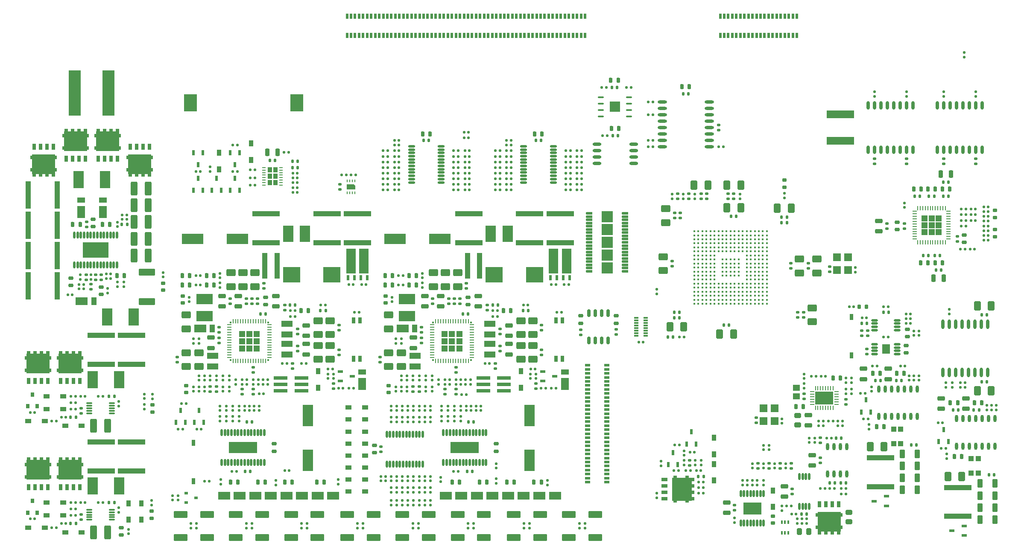
<source format=gbr>
G04*
G04 #@! TF.GenerationSoftware,Altium Limited,Altium Designer,23.4.1 (23)*
G04*
G04 Layer_Color=8421504*
%FSLAX44Y44*%
%MOMM*%
G71*
G04*
G04 #@! TF.SameCoordinates,210523F5-4B5D-4388-949E-6639FD9C488E*
G04*
G04*
G04 #@! TF.FilePolarity,Positive*
G04*
G01*
G75*
%ADD19R,2.2300X2.2300*%
%ADD20R,4.6000X3.9000*%
%ADD21R,3.9000X4.6000*%
%ADD22R,0.8900X1.0700*%
%ADD23R,0.8900X1.0700*%
%ADD24R,1.1500X1.1500*%
%ADD25R,1.1700X1.1700*%
%ADD26R,0.7600X1.2700*%
%ADD27R,1.6000X1.9200*%
%ADD28O,1.3500X0.5000*%
%ADD29R,3.5500X2.4600*%
%ADD30O,0.4500X1.4000*%
%ADD31O,0.6000X1.9000*%
%ADD32O,0.6000X1.4500*%
G04:AMPARAMS|DCode=33|XSize=0.43mm|YSize=1.27mm|CornerRadius=0.0215mm|HoleSize=0mm|Usage=FLASHONLY|Rotation=270.000|XOffset=0mm|YOffset=0mm|HoleType=Round|Shape=RoundedRectangle|*
%AMROUNDEDRECTD33*
21,1,0.4300,1.2270,0,0,270.0*
21,1,0.3870,1.2700,0,0,270.0*
1,1,0.0430,-0.6135,-0.1935*
1,1,0.0430,-0.6135,0.1935*
1,1,0.0430,0.6135,0.1935*
1,1,0.0430,0.6135,-0.1935*
%
%ADD33ROUNDEDRECTD33*%
%ADD34R,2.2200X1.2900*%
%ADD35R,0.6500X1.2500*%
%ADD36R,0.8000X0.8000*%
%ADD37R,0.8000X0.8000*%
%ADD38R,1.2500X0.6500*%
%ADD39R,0.7240X0.5590*%
%ADD40R,0.6000X1.0000*%
G04:AMPARAMS|DCode=41|XSize=0.6mm|YSize=1.5mm|CornerRadius=0.15mm|HoleSize=0mm|Usage=FLASHONLY|Rotation=0.000|XOffset=0mm|YOffset=0mm|HoleType=Round|Shape=RoundedRectangle|*
%AMROUNDEDRECTD41*
21,1,0.6000,1.2000,0,0,0.0*
21,1,0.3000,1.5000,0,0,0.0*
1,1,0.3000,0.1500,-0.6000*
1,1,0.3000,-0.1500,-0.6000*
1,1,0.3000,-0.1500,0.6000*
1,1,0.3000,0.1500,0.6000*
%
%ADD41ROUNDEDRECTD41*%
%ADD42R,0.9100X1.2200*%
%ADD43R,2.5999X3.5001*%
%ADD44O,0.6500X1.6500*%
%ADD45R,1.6000X1.5000*%
%ADD46R,0.2500X0.5500*%
G04:AMPARAMS|DCode=47|XSize=1.7mm|YSize=1mm|CornerRadius=0mm|HoleSize=0mm|Usage=FLASHONLY|Rotation=0.000|XOffset=0mm|YOffset=0mm|HoleType=Round|Shape=Octagon|*
%AMOCTAGOND47*
4,1,8,0.8500,-0.2500,0.8500,0.2500,0.6000,0.5000,-0.6000,0.5000,-0.8500,0.2500,-0.8500,-0.2500,-0.6000,-0.5000,0.6000,-0.5000,0.8500,-0.2500,0.0*
%
%ADD47OCTAGOND47*%

%ADD48R,2.8000X0.7000*%
%ADD49R,0.5000X1.1000*%
%ADD50R,1.1000X0.5000*%
%ADD51O,1.8500X0.6000*%
G04:AMPARAMS|DCode=52|XSize=3.3mm|YSize=1.35mm|CornerRadius=0.2025mm|HoleSize=0mm|Usage=FLASHONLY|Rotation=180.000|XOffset=0mm|YOffset=0mm|HoleType=Round|Shape=RoundedRectangle|*
%AMROUNDEDRECTD52*
21,1,3.3000,0.9450,0,0,180.0*
21,1,2.8950,1.3500,0,0,180.0*
1,1,0.4050,-1.4475,0.4725*
1,1,0.4050,1.4475,0.4725*
1,1,0.4050,1.4475,-0.4725*
1,1,0.4050,-1.4475,-0.4725*
%
%ADD52ROUNDEDRECTD52*%
G04:AMPARAMS|DCode=53|XSize=2.7mm|YSize=1.35mm|CornerRadius=0.2025mm|HoleSize=0mm|Usage=FLASHONLY|Rotation=180.000|XOffset=0mm|YOffset=0mm|HoleType=Round|Shape=RoundedRectangle|*
%AMROUNDEDRECTD53*
21,1,2.7000,0.9450,0,0,180.0*
21,1,2.2950,1.3500,0,0,180.0*
1,1,0.4050,-1.1475,0.4725*
1,1,0.4050,1.1475,0.4725*
1,1,0.4050,1.1475,-0.4725*
1,1,0.4050,-1.1475,-0.4725*
%
%ADD53ROUNDEDRECTD53*%
G04:AMPARAMS|DCode=54|XSize=1.75mm|YSize=1.05mm|CornerRadius=0.1575mm|HoleSize=0mm|Usage=FLASHONLY|Rotation=270.000|XOffset=0mm|YOffset=0mm|HoleType=Round|Shape=RoundedRectangle|*
%AMROUNDEDRECTD54*
21,1,1.7500,0.7350,0,0,270.0*
21,1,1.4350,1.0500,0,0,270.0*
1,1,0.3150,-0.3675,-0.7175*
1,1,0.3150,-0.3675,0.7175*
1,1,0.3150,0.3675,0.7175*
1,1,0.3150,0.3675,-0.7175*
%
%ADD54ROUNDEDRECTD54*%
G04:AMPARAMS|DCode=55|XSize=1.3mm|YSize=0.95mm|CornerRadius=0.19mm|HoleSize=0mm|Usage=FLASHONLY|Rotation=0.000|XOffset=0mm|YOffset=0mm|HoleType=Round|Shape=RoundedRectangle|*
%AMROUNDEDRECTD55*
21,1,1.3000,0.5700,0,0,0.0*
21,1,0.9200,0.9500,0,0,0.0*
1,1,0.3800,0.4600,-0.2850*
1,1,0.3800,-0.4600,-0.2850*
1,1,0.3800,-0.4600,0.2850*
1,1,0.3800,0.4600,0.2850*
%
%ADD55ROUNDEDRECTD55*%
G04:AMPARAMS|DCode=56|XSize=0.9mm|YSize=0.7mm|CornerRadius=0.175mm|HoleSize=0mm|Usage=FLASHONLY|Rotation=180.000|XOffset=0mm|YOffset=0mm|HoleType=Round|Shape=RoundedRectangle|*
%AMROUNDEDRECTD56*
21,1,0.9000,0.3500,0,0,180.0*
21,1,0.5500,0.7000,0,0,180.0*
1,1,0.3500,-0.2750,0.1750*
1,1,0.3500,0.2750,0.1750*
1,1,0.3500,0.2750,-0.1750*
1,1,0.3500,-0.2750,-0.1750*
%
%ADD56ROUNDEDRECTD56*%
G04:AMPARAMS|DCode=57|XSize=0.55mm|YSize=0.55mm|CornerRadius=0.1375mm|HoleSize=0mm|Usage=FLASHONLY|Rotation=0.000|XOffset=0mm|YOffset=0mm|HoleType=Round|Shape=RoundedRectangle|*
%AMROUNDEDRECTD57*
21,1,0.5500,0.2750,0,0,0.0*
21,1,0.2750,0.5500,0,0,0.0*
1,1,0.2750,0.1375,-0.1375*
1,1,0.2750,-0.1375,-0.1375*
1,1,0.2750,-0.1375,0.1375*
1,1,0.2750,0.1375,0.1375*
%
%ADD57ROUNDEDRECTD57*%
%ADD58R,1.5000X2.4000*%
%ADD59R,1.5000X1.0500*%
%ADD60O,1.4000X0.4500*%
%ADD61R,0.8500X0.3500*%
%ADD62R,2.1000X3.4500*%
%ADD63R,1.0000X5.2000*%
%ADD64R,3.5000X3.1000*%
%ADD65R,0.4000X0.8000*%
%ADD66R,0.5500X1.0500*%
%ADD67R,0.8000X0.2500*%
%ADD68R,1.1000X1.1000*%
%ADD69O,1.1500X0.4000*%
%ADD70R,2.0000X2.0000*%
%ADD71R,5.6000X2.3000*%
%ADD72R,0.3300X0.3300*%
%ADD73O,0.9250X0.2500*%
%ADD74O,0.2500X0.9250*%
%ADD75O,1.3500X0.3000*%
%ADD76O,0.2500X0.8500*%
%ADD77O,0.8500X0.2500*%
%ADD78R,3.6500X2.6500*%
%ADD79R,5.1800X3.1000*%
%ADD80R,1.0000X0.6000*%
%ADD81R,1.4700X1.1900*%
%ADD82R,4.3000X2.1000*%
%ADD83O,0.2500X1.0000*%
%ADD84O,1.0000X0.2500*%
%ADD85R,0.6500X0.9500*%
%ADD86O,1.7500X0.6000*%
%ADD87R,2.3800X9.0000*%
%ADD88R,5.4000X1.0500*%
G04:AMPARAMS|DCode=89|XSize=2.7mm|YSize=1.3mm|CornerRadius=0.195mm|HoleSize=0mm|Usage=FLASHONLY|Rotation=90.000|XOffset=0mm|YOffset=0mm|HoleType=Round|Shape=RoundedRectangle|*
%AMROUNDEDRECTD89*
21,1,2.7000,0.9100,0,0,90.0*
21,1,2.3100,1.3000,0,0,90.0*
1,1,0.3900,0.4550,1.1550*
1,1,0.3900,0.4550,-1.1550*
1,1,0.3900,-0.4550,-1.1550*
1,1,0.3900,-0.4550,1.1550*
%
%ADD89ROUNDEDRECTD89*%
G04:AMPARAMS|DCode=90|XSize=1.8mm|YSize=1.35mm|CornerRadius=0.2025mm|HoleSize=0mm|Usage=FLASHONLY|Rotation=90.000|XOffset=0mm|YOffset=0mm|HoleType=Round|Shape=RoundedRectangle|*
%AMROUNDEDRECTD90*
21,1,1.8000,0.9450,0,0,90.0*
21,1,1.3950,1.3500,0,0,90.0*
1,1,0.4050,0.4725,0.6975*
1,1,0.4050,0.4725,-0.6975*
1,1,0.4050,-0.4725,-0.6975*
1,1,0.4050,-0.4725,0.6975*
%
%ADD90ROUNDEDRECTD90*%
%ADD91R,5.4000X1.5500*%
G04:AMPARAMS|DCode=92|XSize=1.45mm|YSize=0.9mm|CornerRadius=0.18mm|HoleSize=0mm|Usage=FLASHONLY|Rotation=0.000|XOffset=0mm|YOffset=0mm|HoleType=Round|Shape=RoundedRectangle|*
%AMROUNDEDRECTD92*
21,1,1.4500,0.5400,0,0,0.0*
21,1,1.0900,0.9000,0,0,0.0*
1,1,0.3600,0.5450,-0.2700*
1,1,0.3600,-0.5450,-0.2700*
1,1,0.3600,-0.5450,0.2700*
1,1,0.3600,0.5450,0.2700*
%
%ADD92ROUNDEDRECTD92*%
G04:AMPARAMS|DCode=93|XSize=0.95mm|YSize=0.75mm|CornerRadius=0.1875mm|HoleSize=0mm|Usage=FLASHONLY|Rotation=180.000|XOffset=0mm|YOffset=0mm|HoleType=Round|Shape=RoundedRectangle|*
%AMROUNDEDRECTD93*
21,1,0.9500,0.3750,0,0,180.0*
21,1,0.5750,0.7500,0,0,180.0*
1,1,0.3750,-0.2875,0.1875*
1,1,0.3750,0.2875,0.1875*
1,1,0.3750,0.2875,-0.1875*
1,1,0.3750,-0.2875,-0.1875*
%
%ADD93ROUNDEDRECTD93*%
G04:AMPARAMS|DCode=94|XSize=0.62mm|YSize=0.52mm|CornerRadius=0.13mm|HoleSize=0mm|Usage=FLASHONLY|Rotation=90.000|XOffset=0mm|YOffset=0mm|HoleType=Round|Shape=RoundedRectangle|*
%AMROUNDEDRECTD94*
21,1,0.6200,0.2600,0,0,90.0*
21,1,0.3600,0.5200,0,0,90.0*
1,1,0.2600,0.1300,0.1800*
1,1,0.2600,0.1300,-0.1800*
1,1,0.2600,-0.1300,-0.1800*
1,1,0.2600,-0.1300,0.1800*
%
%ADD94ROUNDEDRECTD94*%
%ADD95R,2.4000X1.5500*%
%ADD96C,0.4000*%
%ADD97R,3.3000X2.0500*%
G04:AMPARAMS|DCode=98|XSize=0.95mm|YSize=0.75mm|CornerRadius=0.1875mm|HoleSize=0mm|Usage=FLASHONLY|Rotation=90.000|XOffset=0mm|YOffset=0mm|HoleType=Round|Shape=RoundedRectangle|*
%AMROUNDEDRECTD98*
21,1,0.9500,0.3750,0,0,90.0*
21,1,0.5750,0.7500,0,0,90.0*
1,1,0.3750,0.1875,0.2875*
1,1,0.3750,0.1875,-0.2875*
1,1,0.3750,-0.1875,-0.2875*
1,1,0.3750,-0.1875,0.2875*
%
%ADD98ROUNDEDRECTD98*%
G04:AMPARAMS|DCode=99|XSize=1.45mm|YSize=0.9mm|CornerRadius=0.18mm|HoleSize=0mm|Usage=FLASHONLY|Rotation=270.000|XOffset=0mm|YOffset=0mm|HoleType=Round|Shape=RoundedRectangle|*
%AMROUNDEDRECTD99*
21,1,1.4500,0.5400,0,0,270.0*
21,1,1.0900,0.9000,0,0,270.0*
1,1,0.3600,-0.2700,-0.5450*
1,1,0.3600,-0.2700,0.5450*
1,1,0.3600,0.2700,0.5450*
1,1,0.3600,0.2700,-0.5450*
%
%ADD99ROUNDEDRECTD99*%
G04:AMPARAMS|DCode=100|XSize=0.62mm|YSize=0.52mm|CornerRadius=0.13mm|HoleSize=0mm|Usage=FLASHONLY|Rotation=180.000|XOffset=0mm|YOffset=0mm|HoleType=Round|Shape=RoundedRectangle|*
%AMROUNDEDRECTD100*
21,1,0.6200,0.2600,0,0,180.0*
21,1,0.3600,0.5200,0,0,180.0*
1,1,0.2600,-0.1800,0.1300*
1,1,0.2600,0.1800,0.1300*
1,1,0.2600,0.1800,-0.1300*
1,1,0.2600,-0.1800,-0.1300*
%
%ADD100ROUNDEDRECTD100*%
G04:AMPARAMS|DCode=101|XSize=1.8mm|YSize=1.35mm|CornerRadius=0.2025mm|HoleSize=0mm|Usage=FLASHONLY|Rotation=0.000|XOffset=0mm|YOffset=0mm|HoleType=Round|Shape=RoundedRectangle|*
%AMROUNDEDRECTD101*
21,1,1.8000,0.9450,0,0,0.0*
21,1,1.3950,1.3500,0,0,0.0*
1,1,0.4050,0.6975,-0.4725*
1,1,0.4050,-0.6975,-0.4725*
1,1,0.4050,-0.6975,0.4725*
1,1,0.4050,0.6975,0.4725*
%
%ADD101ROUNDEDRECTD101*%
%ADD102R,1.0500X5.4000*%
%ADD103R,2.4000X1.5000*%
%ADD104R,1.0500X1.5000*%
%ADD105R,1.2200X0.9100*%
%ADD106R,2.0500X3.3000*%
G04:AMPARAMS|DCode=107|XSize=0.55mm|YSize=0.55mm|CornerRadius=0.1375mm|HoleSize=0mm|Usage=FLASHONLY|Rotation=270.000|XOffset=0mm|YOffset=0mm|HoleType=Round|Shape=RoundedRectangle|*
%AMROUNDEDRECTD107*
21,1,0.5500,0.2750,0,0,270.0*
21,1,0.2750,0.5500,0,0,270.0*
1,1,0.2750,-0.1375,-0.1375*
1,1,0.2750,-0.1375,0.1375*
1,1,0.2750,0.1375,0.1375*
1,1,0.2750,0.1375,-0.1375*
%
%ADD107ROUNDEDRECTD107*%
G04:AMPARAMS|DCode=108|XSize=1.3mm|YSize=0.95mm|CornerRadius=0.19mm|HoleSize=0mm|Usage=FLASHONLY|Rotation=90.000|XOffset=0mm|YOffset=0mm|HoleType=Round|Shape=RoundedRectangle|*
%AMROUNDEDRECTD108*
21,1,1.3000,0.5700,0,0,90.0*
21,1,0.9200,0.9500,0,0,90.0*
1,1,0.3800,0.2850,0.4600*
1,1,0.3800,0.2850,-0.4600*
1,1,0.3800,-0.2850,-0.4600*
1,1,0.3800,-0.2850,0.4600*
%
%ADD108ROUNDEDRECTD108*%
%ADD109R,2.1000X4.3000*%
G04:AMPARAMS|DCode=110|XSize=0.9mm|YSize=0.7mm|CornerRadius=0.175mm|HoleSize=0mm|Usage=FLASHONLY|Rotation=270.000|XOffset=0mm|YOffset=0mm|HoleType=Round|Shape=RoundedRectangle|*
%AMROUNDEDRECTD110*
21,1,0.9000,0.3500,0,0,270.0*
21,1,0.5500,0.7000,0,0,270.0*
1,1,0.3500,-0.1750,-0.2750*
1,1,0.3500,-0.1750,0.2750*
1,1,0.3500,0.1750,0.2750*
1,1,0.3500,0.1750,-0.2750*
%
%ADD110ROUNDEDRECTD110*%
%ADD111R,1.7000X0.5000*%
%ADD112R,0.8500X0.5000*%
%ADD113R,1.8650X5.0000*%
D19*
X1200000Y694599D02*
D03*
Y719999D02*
D03*
Y669199D02*
D03*
Y745399D02*
D03*
Y770799D02*
D03*
D20*
X134937Y479487D02*
D03*
X273050Y874650D02*
D03*
X82550D02*
D03*
X209550Y920813D02*
D03*
X146050D02*
D03*
X71438Y268350D02*
D03*
X134937D02*
D03*
X71438Y479487D02*
D03*
X1639888Y165037D02*
D03*
D21*
X1347850Y230188D02*
D03*
D22*
X531125Y863600D02*
D03*
Y850900D02*
D03*
Y838200D02*
D03*
D23*
X542025Y863600D02*
D03*
Y850900D02*
D03*
X542025Y838200D02*
D03*
D24*
X906675Y538375D02*
D03*
X892175D02*
D03*
X877675D02*
D03*
Y523875D02*
D03*
X892175D02*
D03*
X906675D02*
D03*
Y509375D02*
D03*
X892175D02*
D03*
X877675D02*
D03*
X505037Y538375D02*
D03*
X490537D02*
D03*
X476037D02*
D03*
Y523875D02*
D03*
X490537D02*
D03*
X505037D02*
D03*
Y509375D02*
D03*
X490537D02*
D03*
X476037D02*
D03*
D25*
X1856788Y740362D02*
D03*
Y754062D02*
D03*
Y767763D02*
D03*
X1843087D02*
D03*
Y754062D02*
D03*
Y740362D02*
D03*
X1829388D02*
D03*
Y754062D02*
D03*
Y767763D02*
D03*
D26*
X1098550Y488950D02*
D03*
Y565150D02*
D03*
X1111250Y488950D02*
D03*
Y565150D02*
D03*
X1684337Y571500D02*
D03*
Y495300D02*
D03*
X379412Y322262D02*
D03*
Y246063D02*
D03*
X696913Y488950D02*
D03*
Y565150D02*
D03*
X709613Y488950D02*
D03*
Y565150D02*
D03*
D27*
X1752600Y508000D02*
D03*
D28*
X1730350Y517750D02*
D03*
Y511250D02*
D03*
Y504750D02*
D03*
Y498250D02*
D03*
X1774850Y517750D02*
D03*
Y511250D02*
D03*
Y504750D02*
D03*
Y498250D02*
D03*
X1774850Y545875D02*
D03*
Y552375D02*
D03*
Y558875D02*
D03*
Y565375D02*
D03*
X1730350Y545875D02*
D03*
Y552375D02*
D03*
Y558875D02*
D03*
Y565375D02*
D03*
D29*
X1487487Y192087D02*
D03*
D30*
X1464738Y162588D02*
D03*
X1471237D02*
D03*
X1477737D02*
D03*
X1484238D02*
D03*
X1490737D02*
D03*
X1497238D02*
D03*
X1503737D02*
D03*
X1510237D02*
D03*
X1464738Y221588D02*
D03*
X1471237D02*
D03*
X1477737D02*
D03*
X1484238D02*
D03*
X1490737D02*
D03*
X1497238D02*
D03*
X1503737D02*
D03*
X1510237D02*
D03*
X1580925Y195925D02*
D03*
X1587425D02*
D03*
X1593925D02*
D03*
X1600425D02*
D03*
X1580925Y254925D02*
D03*
X1587425D02*
D03*
X1593925D02*
D03*
X1600425D02*
D03*
X959825Y342238D02*
D03*
X953325D02*
D03*
X946825D02*
D03*
X940325D02*
D03*
X933825D02*
D03*
X927325D02*
D03*
X920825D02*
D03*
X914325D02*
D03*
X907825D02*
D03*
X901325D02*
D03*
X894825D02*
D03*
X888325D02*
D03*
X881825D02*
D03*
X875325D02*
D03*
X959825Y283237D02*
D03*
X953325D02*
D03*
X946825D02*
D03*
X940325D02*
D03*
X933825D02*
D03*
X927325D02*
D03*
X920825D02*
D03*
X914325D02*
D03*
X907825D02*
D03*
X901325D02*
D03*
X894825D02*
D03*
X888325D02*
D03*
X881825D02*
D03*
X875325D02*
D03*
X227987Y734350D02*
D03*
X221488D02*
D03*
X214988D02*
D03*
X208487D02*
D03*
X201987D02*
D03*
X195487D02*
D03*
X188988D02*
D03*
X182488D02*
D03*
X175987D02*
D03*
X169487D02*
D03*
X162987D02*
D03*
X156488D02*
D03*
X149987D02*
D03*
X143488D02*
D03*
X227987Y675350D02*
D03*
X221488D02*
D03*
X214988D02*
D03*
X208487D02*
D03*
X201987D02*
D03*
X195487D02*
D03*
X188988D02*
D03*
X182488D02*
D03*
X175987D02*
D03*
X169487D02*
D03*
X162987D02*
D03*
X156488D02*
D03*
X149987D02*
D03*
X143488D02*
D03*
X762763Y280063D02*
D03*
X769262D02*
D03*
X775762D02*
D03*
X782262D02*
D03*
X788763D02*
D03*
X795263D02*
D03*
X801762D02*
D03*
X808262D02*
D03*
X814762D02*
D03*
X821263D02*
D03*
X827763D02*
D03*
X834262D02*
D03*
X762763Y339062D02*
D03*
X769262D02*
D03*
X775762D02*
D03*
X782262D02*
D03*
X788763D02*
D03*
X795263D02*
D03*
X801762D02*
D03*
X808262D02*
D03*
X814762D02*
D03*
X821263D02*
D03*
X827763D02*
D03*
X834262D02*
D03*
X520088Y342238D02*
D03*
X513587D02*
D03*
X507088D02*
D03*
X500588D02*
D03*
X494087D02*
D03*
X487588D02*
D03*
X481087D02*
D03*
X474588D02*
D03*
X468088D02*
D03*
X461587D02*
D03*
X455088D02*
D03*
X448587D02*
D03*
X442088D02*
D03*
X435588D02*
D03*
X520088Y283237D02*
D03*
X513587D02*
D03*
X507088D02*
D03*
X500588D02*
D03*
X494087D02*
D03*
X487588D02*
D03*
X481087D02*
D03*
X474588D02*
D03*
X468088D02*
D03*
X461587D02*
D03*
X455088D02*
D03*
X448587D02*
D03*
X442088D02*
D03*
X435588D02*
D03*
D31*
X1865312Y462088D02*
D03*
X1878013D02*
D03*
X1890712D02*
D03*
X1903412D02*
D03*
X1916113D02*
D03*
X1928813D02*
D03*
X1941512D02*
D03*
X1954212D02*
D03*
X1865312Y557088D02*
D03*
X1878013D02*
D03*
X1890712D02*
D03*
X1903412D02*
D03*
X1916113D02*
D03*
X1928813D02*
D03*
X1941512D02*
D03*
X1954212D02*
D03*
X1865312Y462088D02*
D03*
X1878013D02*
D03*
X1890712D02*
D03*
X1903412D02*
D03*
X1916113D02*
D03*
X1928813D02*
D03*
X1941512D02*
D03*
X1954212D02*
D03*
X1865312Y557088D02*
D03*
X1878013D02*
D03*
X1890712D02*
D03*
X1903412D02*
D03*
X1916113D02*
D03*
X1928813D02*
D03*
X1941512D02*
D03*
X1954212D02*
D03*
D32*
X1892300Y315650D02*
D03*
X1905000D02*
D03*
X1917700D02*
D03*
X1930400D02*
D03*
X1943100D02*
D03*
X1955800D02*
D03*
X1968500D02*
D03*
X1892300Y370150D02*
D03*
X1905000D02*
D03*
X1917700D02*
D03*
X1930400D02*
D03*
X1943100D02*
D03*
X1955800D02*
D03*
X1968500D02*
D03*
X1636712Y260088D02*
D03*
X1649413D02*
D03*
X1662112D02*
D03*
X1674812D02*
D03*
X1636712Y314587D02*
D03*
X1649413D02*
D03*
X1662112D02*
D03*
X1674812D02*
D03*
X1738313Y374388D02*
D03*
X1751013D02*
D03*
X1763712D02*
D03*
X1776413D02*
D03*
X1789113D02*
D03*
X1801812D02*
D03*
X1814512D02*
D03*
X1738313Y428887D02*
D03*
X1751013D02*
D03*
X1763712D02*
D03*
X1776413D02*
D03*
X1789113D02*
D03*
X1801812D02*
D03*
X1814512D02*
D03*
D33*
X1164700Y720000D02*
D03*
Y726400D02*
D03*
Y732800D02*
D03*
Y739200D02*
D03*
Y745600D02*
D03*
Y752000D02*
D03*
Y758400D02*
D03*
Y764800D02*
D03*
Y771200D02*
D03*
Y777600D02*
D03*
Y662400D02*
D03*
Y668800D02*
D03*
Y675200D02*
D03*
Y681600D02*
D03*
Y688000D02*
D03*
Y694400D02*
D03*
Y700800D02*
D03*
Y707200D02*
D03*
Y713600D02*
D03*
X1235300D02*
D03*
Y707200D02*
D03*
Y700800D02*
D03*
Y694400D02*
D03*
Y688000D02*
D03*
Y681600D02*
D03*
Y675200D02*
D03*
Y668800D02*
D03*
Y662400D02*
D03*
Y777600D02*
D03*
Y771200D02*
D03*
Y764800D02*
D03*
Y758400D02*
D03*
Y752000D02*
D03*
Y745600D02*
D03*
Y739200D02*
D03*
Y732800D02*
D03*
Y726400D02*
D03*
Y720000D02*
D03*
D34*
X819150Y473638D02*
D03*
Y494738D02*
D03*
X565150Y558237D02*
D03*
Y537137D02*
D03*
Y497450D02*
D03*
Y518550D02*
D03*
X417513Y473638D02*
D03*
Y494738D02*
D03*
X966787Y558237D02*
D03*
Y537137D02*
D03*
Y497450D02*
D03*
Y518550D02*
D03*
D35*
X115887Y498237D02*
D03*
X128588D02*
D03*
X141287D02*
D03*
X153988D02*
D03*
Y444738D02*
D03*
X141287D02*
D03*
X128588D02*
D03*
X115887D02*
D03*
X292100Y855900D02*
D03*
X279400D02*
D03*
X266700D02*
D03*
X254000D02*
D03*
Y909400D02*
D03*
X266700D02*
D03*
X279400D02*
D03*
X292100D02*
D03*
X101600Y855900D02*
D03*
X88900D02*
D03*
X76200D02*
D03*
X63500D02*
D03*
Y909400D02*
D03*
X76200D02*
D03*
X88900D02*
D03*
X101600D02*
D03*
X190500Y939563D02*
D03*
X203200D02*
D03*
X215900D02*
D03*
X228600D02*
D03*
Y886062D02*
D03*
X215900D02*
D03*
X203200D02*
D03*
X190500D02*
D03*
X127000Y939563D02*
D03*
X139700D02*
D03*
X152400D02*
D03*
X165100D02*
D03*
Y886062D02*
D03*
X152400D02*
D03*
X139700D02*
D03*
X127000D02*
D03*
X52387Y287100D02*
D03*
X65087D02*
D03*
X77787D02*
D03*
X90487D02*
D03*
Y233600D02*
D03*
X77787D02*
D03*
X65087D02*
D03*
X52387D02*
D03*
X115887Y287100D02*
D03*
X128588D02*
D03*
X141287D02*
D03*
X153988D02*
D03*
Y233600D02*
D03*
X141287D02*
D03*
X128588D02*
D03*
X115887D02*
D03*
X52387Y498237D02*
D03*
X65087D02*
D03*
X77787D02*
D03*
X90487D02*
D03*
Y444738D02*
D03*
X77787D02*
D03*
X65087D02*
D03*
X52387D02*
D03*
X1658938Y199788D02*
D03*
X1646237D02*
D03*
X1633537D02*
D03*
X1620838D02*
D03*
Y146287D02*
D03*
X1633537D02*
D03*
X1646237D02*
D03*
X1658938D02*
D03*
D36*
X157937Y490387D02*
D03*
Y465887D02*
D03*
X111938D02*
D03*
Y490387D02*
D03*
X250050Y863750D02*
D03*
Y888250D02*
D03*
X296050D02*
D03*
Y863750D02*
D03*
X59550D02*
D03*
Y888250D02*
D03*
X105550D02*
D03*
Y863750D02*
D03*
X232550Y931712D02*
D03*
Y907213D02*
D03*
X186550D02*
D03*
Y931712D02*
D03*
X169050D02*
D03*
Y907213D02*
D03*
X123050D02*
D03*
Y931712D02*
D03*
X94438Y279250D02*
D03*
Y254750D02*
D03*
X48438D02*
D03*
Y279250D02*
D03*
X157937D02*
D03*
Y254750D02*
D03*
X111938D02*
D03*
Y279250D02*
D03*
X94438Y490387D02*
D03*
Y465887D02*
D03*
X48438D02*
D03*
Y490387D02*
D03*
X1639888Y173037D02*
D03*
X1662888Y154137D02*
D03*
Y178638D02*
D03*
X1616888D02*
D03*
Y154137D02*
D03*
D37*
X1339850Y230187D02*
D03*
X1358750Y253188D02*
D03*
X1334250D02*
D03*
Y207188D02*
D03*
X1358750D02*
D03*
D38*
X1313100Y249237D02*
D03*
Y236537D02*
D03*
Y223838D02*
D03*
Y211138D02*
D03*
X1366600D02*
D03*
Y223838D02*
D03*
Y236537D02*
D03*
Y249237D02*
D03*
D39*
X364810Y222225D02*
D03*
Y203225D02*
D03*
X384490Y212725D02*
D03*
D40*
X1357337Y319788D02*
D03*
X1376337D02*
D03*
X1366837Y343787D02*
D03*
X1703412Y383288D02*
D03*
X1722413D02*
D03*
X1712912Y407287D02*
D03*
X1857400Y324550D02*
D03*
X1876400D02*
D03*
X1866900Y348550D02*
D03*
X1330325Y302512D02*
D03*
X1339825Y278512D02*
D03*
X1320825D02*
D03*
X398438Y897825D02*
D03*
X379437D02*
D03*
X388937Y873825D02*
D03*
X471463Y897825D02*
D03*
X452463D02*
D03*
X461963Y873825D02*
D03*
X379437Y823025D02*
D03*
X398438D02*
D03*
X388937Y847025D02*
D03*
X415950Y823025D02*
D03*
X434950D02*
D03*
X425450Y847025D02*
D03*
X452463Y823025D02*
D03*
X471463D02*
D03*
X461963Y847025D02*
D03*
X344512Y362650D02*
D03*
X363512D02*
D03*
X354012Y386650D02*
D03*
X381025Y362650D02*
D03*
X400025D02*
D03*
X390525Y386650D02*
D03*
D41*
X1163637Y525450D02*
D03*
X1176338D02*
D03*
X1189037D02*
D03*
X1201738D02*
D03*
X1163637Y579450D02*
D03*
X1176338D02*
D03*
X1189037D02*
D03*
X1201738D02*
D03*
D42*
X430213Y864713D02*
D03*
Y897412D02*
D03*
X1411288Y247175D02*
D03*
Y279875D02*
D03*
Y299562D02*
D03*
Y332262D02*
D03*
X627062Y464025D02*
D03*
Y431325D02*
D03*
X1528763Y194788D02*
D03*
Y227488D02*
D03*
X1028700Y431325D02*
D03*
Y464025D02*
D03*
X276225Y202087D02*
D03*
Y169387D02*
D03*
X250825Y202087D02*
D03*
Y169387D02*
D03*
X493713Y883763D02*
D03*
Y916462D02*
D03*
D43*
X584924Y996950D02*
D03*
X373926D02*
D03*
D44*
X1717675Y903487D02*
D03*
X1730375D02*
D03*
X1743075D02*
D03*
X1755775D02*
D03*
X1768475D02*
D03*
X1781175D02*
D03*
X1793875D02*
D03*
X1806575D02*
D03*
X1717675Y991988D02*
D03*
X1730375D02*
D03*
X1755775D02*
D03*
X1768475D02*
D03*
X1781175D02*
D03*
X1793875D02*
D03*
X1743075D02*
D03*
X1806575D02*
D03*
X1943100D02*
D03*
X1930400D02*
D03*
X1917700D02*
D03*
X1905000D02*
D03*
X1892300D02*
D03*
X1879600D02*
D03*
X1866900D02*
D03*
X1854200D02*
D03*
X1943100Y903487D02*
D03*
X1930400D02*
D03*
X1917700D02*
D03*
X1905000D02*
D03*
X1892300D02*
D03*
X1879600D02*
D03*
X1866900D02*
D03*
X1854200D02*
D03*
D45*
X1677875Y665163D02*
D03*
X1655875D02*
D03*
X1677875Y690563D02*
D03*
X1655875D02*
D03*
X1531825Y365125D02*
D03*
X1509825D02*
D03*
X1531825Y390525D02*
D03*
X1509825D02*
D03*
D46*
X699650Y841963D02*
D03*
X694650D02*
D03*
X689650D02*
D03*
X684650D02*
D03*
X699650Y818562D02*
D03*
X694650D02*
D03*
X689650D02*
D03*
X684650D02*
D03*
D47*
X692150Y830263D02*
D03*
D48*
X552738Y450850D02*
D03*
Y438150D02*
D03*
Y425450D02*
D03*
X593438Y450850D02*
D03*
Y438150D02*
D03*
Y425450D02*
D03*
X954375Y450850D02*
D03*
Y438150D02*
D03*
Y425450D02*
D03*
X995075Y450850D02*
D03*
Y438150D02*
D03*
Y425450D02*
D03*
D49*
X836000Y1131000D02*
D03*
Y1169000D02*
D03*
X828000Y1131000D02*
D03*
Y1169000D02*
D03*
X820000Y1131000D02*
D03*
Y1169000D02*
D03*
X812000Y1131000D02*
D03*
Y1169000D02*
D03*
X804000Y1131000D02*
D03*
Y1169000D02*
D03*
X796000Y1131000D02*
D03*
Y1169000D02*
D03*
X788000Y1131000D02*
D03*
Y1169000D02*
D03*
X780000Y1131000D02*
D03*
Y1169000D02*
D03*
X772000Y1131000D02*
D03*
Y1169000D02*
D03*
X764000Y1131000D02*
D03*
Y1169000D02*
D03*
X756000Y1131000D02*
D03*
Y1169000D02*
D03*
X748000Y1131000D02*
D03*
Y1169000D02*
D03*
X740000Y1131000D02*
D03*
Y1169000D02*
D03*
X732000Y1131000D02*
D03*
Y1169000D02*
D03*
X724000Y1131000D02*
D03*
Y1169000D02*
D03*
X716000Y1131000D02*
D03*
Y1169000D02*
D03*
X708000Y1131000D02*
D03*
Y1169000D02*
D03*
X700000Y1131000D02*
D03*
Y1169000D02*
D03*
X692000Y1131000D02*
D03*
Y1169000D02*
D03*
X684000Y1131000D02*
D03*
Y1169000D02*
D03*
X876000Y1131000D02*
D03*
Y1169000D02*
D03*
X868000Y1131000D02*
D03*
Y1169000D02*
D03*
X860000Y1131000D02*
D03*
Y1169000D02*
D03*
X852000Y1131000D02*
D03*
Y1169000D02*
D03*
X844000Y1131000D02*
D03*
Y1169000D02*
D03*
X916000Y1131000D02*
D03*
Y1169000D02*
D03*
X908000Y1131000D02*
D03*
Y1169000D02*
D03*
X900000Y1131000D02*
D03*
Y1169000D02*
D03*
X892000Y1131000D02*
D03*
Y1169000D02*
D03*
X884000Y1131000D02*
D03*
Y1169000D02*
D03*
X1068000Y1131000D02*
D03*
Y1169000D02*
D03*
X1060000Y1131000D02*
D03*
Y1169000D02*
D03*
X1052000Y1131000D02*
D03*
Y1169000D02*
D03*
X1044000Y1131000D02*
D03*
Y1169000D02*
D03*
X1036000Y1131000D02*
D03*
Y1169000D02*
D03*
X1028000Y1131000D02*
D03*
Y1169000D02*
D03*
X1020000Y1131000D02*
D03*
Y1169000D02*
D03*
X1012000Y1131000D02*
D03*
Y1169000D02*
D03*
X1004000Y1131000D02*
D03*
Y1169000D02*
D03*
X996000Y1131000D02*
D03*
Y1169000D02*
D03*
X988000Y1131000D02*
D03*
Y1169000D02*
D03*
X980000Y1131000D02*
D03*
Y1169000D02*
D03*
X972000Y1131000D02*
D03*
Y1169000D02*
D03*
X964000Y1131000D02*
D03*
Y1169000D02*
D03*
X956000Y1131000D02*
D03*
Y1169000D02*
D03*
X948000Y1131000D02*
D03*
Y1169000D02*
D03*
X940000Y1131000D02*
D03*
Y1169000D02*
D03*
X932000Y1131000D02*
D03*
Y1169000D02*
D03*
X924000Y1131000D02*
D03*
Y1169000D02*
D03*
X1108000Y1131000D02*
D03*
Y1169000D02*
D03*
X1100000Y1131000D02*
D03*
Y1169000D02*
D03*
X1092000Y1131000D02*
D03*
Y1169000D02*
D03*
X1084000Y1131000D02*
D03*
Y1169000D02*
D03*
X1076000Y1131000D02*
D03*
Y1169000D02*
D03*
X1148000D02*
D03*
X1140000Y1131000D02*
D03*
Y1169000D02*
D03*
X1132000Y1131000D02*
D03*
Y1169000D02*
D03*
X1124000Y1131000D02*
D03*
Y1169000D02*
D03*
X1116000Y1131000D02*
D03*
Y1169000D02*
D03*
X1156000Y1131000D02*
D03*
Y1169000D02*
D03*
X1148000Y1131000D02*
D03*
X1424000Y1169000D02*
D03*
Y1131000D02*
D03*
X1432000Y1169000D02*
D03*
Y1131000D02*
D03*
X1440000Y1169000D02*
D03*
Y1131000D02*
D03*
X1448000Y1169000D02*
D03*
Y1131000D02*
D03*
X1456000Y1169000D02*
D03*
Y1131000D02*
D03*
X1464000Y1169000D02*
D03*
Y1131000D02*
D03*
X1472000Y1169000D02*
D03*
Y1131000D02*
D03*
X1480000Y1169000D02*
D03*
Y1131000D02*
D03*
X1488000Y1169000D02*
D03*
Y1131000D02*
D03*
X1496000Y1169000D02*
D03*
Y1131000D02*
D03*
X1504000Y1169000D02*
D03*
Y1131000D02*
D03*
X1512000Y1169000D02*
D03*
Y1131000D02*
D03*
X1520000Y1169000D02*
D03*
Y1131000D02*
D03*
X1528000Y1169000D02*
D03*
Y1131000D02*
D03*
X1536000Y1169000D02*
D03*
Y1131000D02*
D03*
X1544000Y1169000D02*
D03*
Y1131000D02*
D03*
X1552000Y1169000D02*
D03*
Y1131000D02*
D03*
X1560000Y1169000D02*
D03*
Y1131000D02*
D03*
X1568000Y1169000D02*
D03*
Y1131000D02*
D03*
X1576000Y1169000D02*
D03*
Y1131000D02*
D03*
D50*
X1161000Y324000D02*
D03*
X1199000D02*
D03*
X1161000Y332000D02*
D03*
X1199000D02*
D03*
X1161000Y340000D02*
D03*
X1199000D02*
D03*
X1161000Y348000D02*
D03*
X1199000D02*
D03*
X1161000Y356000D02*
D03*
X1199000D02*
D03*
X1161000Y364000D02*
D03*
X1199000D02*
D03*
X1161000Y372000D02*
D03*
X1199000D02*
D03*
X1161000Y380000D02*
D03*
X1199000D02*
D03*
X1161000Y388000D02*
D03*
X1199000D02*
D03*
X1161000Y396000D02*
D03*
X1199000D02*
D03*
X1161000Y404000D02*
D03*
X1199000D02*
D03*
X1161000Y412000D02*
D03*
X1199000D02*
D03*
X1161000Y420000D02*
D03*
X1199000D02*
D03*
X1161000Y428000D02*
D03*
X1199000D02*
D03*
X1161000Y436000D02*
D03*
X1199000D02*
D03*
X1161000Y444000D02*
D03*
X1199000D02*
D03*
X1161000Y452000D02*
D03*
X1199000D02*
D03*
X1161000Y460000D02*
D03*
X1199000D02*
D03*
X1161000Y468000D02*
D03*
X1199000D02*
D03*
X1161000Y476000D02*
D03*
X1199000D02*
D03*
X1161000Y284000D02*
D03*
X1199000D02*
D03*
X1161000Y292000D02*
D03*
X1199000D02*
D03*
X1161000Y300000D02*
D03*
X1199000D02*
D03*
X1161000Y308000D02*
D03*
X1199000D02*
D03*
X1161000Y316000D02*
D03*
X1199000D02*
D03*
X1161000Y244000D02*
D03*
X1199000D02*
D03*
X1161000Y252000D02*
D03*
X1199000D02*
D03*
X1161000Y260000D02*
D03*
X1199000D02*
D03*
X1161000Y268000D02*
D03*
X1199000D02*
D03*
X1161000Y276000D02*
D03*
X1199000D02*
D03*
D51*
X1402475Y909638D02*
D03*
Y922337D02*
D03*
Y935038D02*
D03*
Y947738D02*
D03*
Y960437D02*
D03*
Y973138D02*
D03*
Y985837D02*
D03*
Y998538D02*
D03*
X1308975Y909638D02*
D03*
Y922337D02*
D03*
Y935038D02*
D03*
Y947738D02*
D03*
Y960437D02*
D03*
Y973138D02*
D03*
Y985837D02*
D03*
Y998538D02*
D03*
D52*
X287337Y602575D02*
D03*
Y661075D02*
D03*
D53*
X1176338Y134150D02*
D03*
Y179650D02*
D03*
X354012Y179650D02*
D03*
Y134150D02*
D03*
X463550Y179650D02*
D03*
Y134150D02*
D03*
X573088Y179650D02*
D03*
Y134150D02*
D03*
X684212Y179650D02*
D03*
Y134150D02*
D03*
X793750Y179650D02*
D03*
Y134150D02*
D03*
X903288Y179650D02*
D03*
Y134150D02*
D03*
X1014413Y179650D02*
D03*
Y134150D02*
D03*
X1123950Y179650D02*
D03*
Y134150D02*
D03*
X406400Y134150D02*
D03*
Y179650D02*
D03*
X515938Y134150D02*
D03*
Y179650D02*
D03*
X625475Y134150D02*
D03*
Y179650D02*
D03*
X736600Y134150D02*
D03*
Y179650D02*
D03*
X846137Y134150D02*
D03*
Y179650D02*
D03*
X955675Y134150D02*
D03*
Y179650D02*
D03*
X1066800Y134150D02*
D03*
Y179650D02*
D03*
D54*
X1939462Y169862D02*
D03*
X1968963D02*
D03*
X1785475Y300037D02*
D03*
X1814975D02*
D03*
X1939462Y241300D02*
D03*
X1968963D02*
D03*
X1785475Y276225D02*
D03*
X1814975D02*
D03*
X1939462Y217488D02*
D03*
X1968963D02*
D03*
X1785475Y252412D02*
D03*
X1814975D02*
D03*
X1939462Y193675D02*
D03*
X1968963D02*
D03*
X1785475Y228600D02*
D03*
X1814975D02*
D03*
D55*
X1679575Y165375D02*
D03*
Y183875D02*
D03*
X1577975Y375962D02*
D03*
Y357463D02*
D03*
D56*
X1528763Y162862D02*
D03*
Y176863D02*
D03*
X296863Y186388D02*
D03*
Y172388D02*
D03*
X1550988Y843613D02*
D03*
Y829613D02*
D03*
X298450Y397262D02*
D03*
Y383262D02*
D03*
X319088Y624825D02*
D03*
Y638825D02*
D03*
X760413Y599425D02*
D03*
Y613425D02*
D03*
X358775Y599425D02*
D03*
Y613425D02*
D03*
X1968500Y769287D02*
D03*
Y783288D02*
D03*
Y731188D02*
D03*
Y745188D02*
D03*
X766762Y435625D02*
D03*
Y421625D02*
D03*
X365125Y435625D02*
D03*
Y421625D02*
D03*
D57*
X1298575Y212987D02*
D03*
Y221987D02*
D03*
X1463675Y815713D02*
D03*
Y806712D02*
D03*
X1373188Y815713D02*
D03*
Y806712D02*
D03*
X1350963Y815713D02*
D03*
Y806712D02*
D03*
X1724025Y433125D02*
D03*
Y424125D02*
D03*
X1909763Y432062D02*
D03*
Y441063D02*
D03*
X1900237Y432062D02*
D03*
Y441063D02*
D03*
X1817688Y455350D02*
D03*
Y446350D02*
D03*
X1971675Y396613D02*
D03*
Y387612D02*
D03*
X1808163Y446350D02*
D03*
Y455350D02*
D03*
X1962150Y387612D02*
D03*
Y396613D02*
D03*
X1798638Y446350D02*
D03*
Y455350D02*
D03*
X1952625Y387612D02*
D03*
Y396613D02*
D03*
X1719263Y349512D02*
D03*
Y358512D02*
D03*
X1873250Y290775D02*
D03*
Y299775D02*
D03*
X1793875Y1009912D02*
D03*
Y1018913D02*
D03*
X1730375Y1009912D02*
D03*
Y1018913D02*
D03*
X1930400Y1009912D02*
D03*
Y1018913D02*
D03*
X1866900Y1009912D02*
D03*
Y1018913D02*
D03*
X1908175Y1096700D02*
D03*
Y1087700D02*
D03*
X1789113Y789250D02*
D03*
Y798250D02*
D03*
X1684337Y419362D02*
D03*
Y428363D02*
D03*
X1673225Y419362D02*
D03*
Y428363D02*
D03*
X1590675Y430475D02*
D03*
Y439475D02*
D03*
X1684337Y441587D02*
D03*
Y450588D02*
D03*
X1673225Y441587D02*
D03*
Y450588D02*
D03*
X1590675Y449525D02*
D03*
Y458525D02*
D03*
X338138Y217225D02*
D03*
Y208225D02*
D03*
X349250Y217225D02*
D03*
Y208225D02*
D03*
X374650Y152662D02*
D03*
Y161663D02*
D03*
X484188Y152662D02*
D03*
Y161663D02*
D03*
X593725Y152662D02*
D03*
Y161663D02*
D03*
X704850Y152662D02*
D03*
Y161663D02*
D03*
X814388Y152662D02*
D03*
Y161663D02*
D03*
X923925Y152662D02*
D03*
Y161663D02*
D03*
X1035050Y152662D02*
D03*
Y161663D02*
D03*
X1144587Y152662D02*
D03*
Y161663D02*
D03*
X385762Y161663D02*
D03*
Y152662D02*
D03*
X495300Y161663D02*
D03*
Y152662D02*
D03*
X604837Y161663D02*
D03*
Y152662D02*
D03*
X715963Y161663D02*
D03*
Y152662D02*
D03*
X825500Y161663D02*
D03*
Y152662D02*
D03*
X935038Y161663D02*
D03*
Y152662D02*
D03*
X1046162Y161663D02*
D03*
Y152662D02*
D03*
X1155700Y161663D02*
D03*
Y152662D02*
D03*
X1306512Y276488D02*
D03*
Y285487D02*
D03*
X1374775Y278075D02*
D03*
Y287075D02*
D03*
X1385887Y287075D02*
D03*
Y278075D02*
D03*
X1550988Y817300D02*
D03*
Y808300D02*
D03*
X1546225Y369625D02*
D03*
Y360625D02*
D03*
X1692275Y669662D02*
D03*
Y660663D02*
D03*
X771525Y255325D02*
D03*
Y246325D02*
D03*
X782637Y255325D02*
D03*
Y246325D02*
D03*
X793750Y255325D02*
D03*
Y246325D02*
D03*
X804863Y255325D02*
D03*
Y246325D02*
D03*
X815975Y255325D02*
D03*
Y246325D02*
D03*
X827087Y255325D02*
D03*
Y246325D02*
D03*
X838200Y255325D02*
D03*
Y246325D02*
D03*
X849313Y255325D02*
D03*
Y246325D02*
D03*
Y363800D02*
D03*
Y372800D02*
D03*
X838200Y363800D02*
D03*
Y372800D02*
D03*
X827087Y363800D02*
D03*
Y372800D02*
D03*
X815975Y363800D02*
D03*
Y372800D02*
D03*
X804863Y363800D02*
D03*
Y372800D02*
D03*
X793750Y363800D02*
D03*
Y372800D02*
D03*
X782637Y363800D02*
D03*
Y372800D02*
D03*
X771525Y363800D02*
D03*
Y372800D02*
D03*
X750888Y246325D02*
D03*
Y255325D02*
D03*
X760413Y246325D02*
D03*
Y255325D02*
D03*
X771525Y233100D02*
D03*
Y224100D02*
D03*
X782637Y233100D02*
D03*
Y224100D02*
D03*
X793750Y233100D02*
D03*
Y224100D02*
D03*
X804863Y233100D02*
D03*
Y224100D02*
D03*
X815975Y233100D02*
D03*
Y224100D02*
D03*
X827087Y233100D02*
D03*
Y224100D02*
D03*
X838200Y233100D02*
D03*
Y224100D02*
D03*
X849313Y233100D02*
D03*
Y224100D02*
D03*
Y386025D02*
D03*
Y395025D02*
D03*
X838200Y386025D02*
D03*
Y395025D02*
D03*
X827087Y386025D02*
D03*
Y395025D02*
D03*
X815975Y386025D02*
D03*
Y395025D02*
D03*
X793750Y386025D02*
D03*
Y395025D02*
D03*
X782637Y386025D02*
D03*
Y395025D02*
D03*
X771525Y386025D02*
D03*
Y395025D02*
D03*
X1817688Y535250D02*
D03*
Y544250D02*
D03*
X1808163Y544250D02*
D03*
Y535250D02*
D03*
X298450Y418575D02*
D03*
Y409575D02*
D03*
X319088Y651137D02*
D03*
Y660137D02*
D03*
X773112Y610925D02*
D03*
Y601925D02*
D03*
X371475Y610925D02*
D03*
Y601925D02*
D03*
X241300Y632088D02*
D03*
Y641087D02*
D03*
X228600Y632088D02*
D03*
Y641087D02*
D03*
X155575Y646375D02*
D03*
Y655375D02*
D03*
X152400Y627325D02*
D03*
Y636325D02*
D03*
X228600Y760150D02*
D03*
Y751150D02*
D03*
X238125Y765437D02*
D03*
Y774437D02*
D03*
X247650Y765437D02*
D03*
Y774437D02*
D03*
X161925Y636325D02*
D03*
Y627325D02*
D03*
X176213Y655375D02*
D03*
Y646375D02*
D03*
X209550Y628387D02*
D03*
Y619388D02*
D03*
X803275Y455350D02*
D03*
Y446350D02*
D03*
X792162Y455350D02*
D03*
Y446350D02*
D03*
X865188Y447412D02*
D03*
Y438413D02*
D03*
X852487Y455350D02*
D03*
Y446350D02*
D03*
X839788Y455350D02*
D03*
Y446350D02*
D03*
X803275Y433125D02*
D03*
Y424125D02*
D03*
X792162Y433125D02*
D03*
Y424125D02*
D03*
X852487Y433387D02*
D03*
Y424388D02*
D03*
X839788Y433387D02*
D03*
Y424388D02*
D03*
X401637Y455350D02*
D03*
Y446350D02*
D03*
X390525Y455350D02*
D03*
Y446350D02*
D03*
X463550Y447412D02*
D03*
Y438413D02*
D03*
X438150Y455350D02*
D03*
Y446350D02*
D03*
X450850Y455350D02*
D03*
Y446350D02*
D03*
X401637Y433125D02*
D03*
Y424125D02*
D03*
X390525Y433125D02*
D03*
Y424125D02*
D03*
X438150Y433125D02*
D03*
Y424125D02*
D03*
X450850Y433125D02*
D03*
Y424125D02*
D03*
X646113Y458525D02*
D03*
Y449525D02*
D03*
X657225Y458525D02*
D03*
Y449525D02*
D03*
X390525Y528375D02*
D03*
Y519375D02*
D03*
X379412Y528375D02*
D03*
Y519375D02*
D03*
X508000Y438413D02*
D03*
Y447412D02*
D03*
X485775Y438413D02*
D03*
Y447412D02*
D03*
X425450Y455350D02*
D03*
Y446350D02*
D03*
X412750Y446350D02*
D03*
Y455350D02*
D03*
X231775Y184150D02*
D03*
Y193150D02*
D03*
X517525Y447412D02*
D03*
Y438413D02*
D03*
X431800Y649550D02*
D03*
Y658550D02*
D03*
Y630500D02*
D03*
Y639500D02*
D03*
X1509713Y271725D02*
D03*
Y280725D02*
D03*
X1546225Y187588D02*
D03*
Y196588D02*
D03*
X1509713Y247388D02*
D03*
Y238388D02*
D03*
X1497012Y247388D02*
D03*
Y238388D02*
D03*
X1487487Y271725D02*
D03*
Y280725D02*
D03*
Y247388D02*
D03*
Y238388D02*
D03*
X1452563Y172775D02*
D03*
Y163775D02*
D03*
X1531938Y271725D02*
D03*
Y280725D02*
D03*
X1576387Y162188D02*
D03*
Y171187D02*
D03*
X1468438Y247388D02*
D03*
Y238388D02*
D03*
X1477962Y247388D02*
D03*
Y238388D02*
D03*
X1585912Y162188D02*
D03*
Y171187D02*
D03*
X1554162Y271725D02*
D03*
Y280725D02*
D03*
X1595437Y162188D02*
D03*
Y171187D02*
D03*
X1600200Y331787D02*
D03*
Y322788D02*
D03*
X1611313Y331787D02*
D03*
Y322788D02*
D03*
X433387Y239975D02*
D03*
Y248975D02*
D03*
X869950Y253738D02*
D03*
Y244737D02*
D03*
X542925Y247388D02*
D03*
Y238388D02*
D03*
X979488Y250562D02*
D03*
Y241562D02*
D03*
Y271725D02*
D03*
Y280725D02*
D03*
X469900Y395025D02*
D03*
Y386025D02*
D03*
X909638Y395025D02*
D03*
Y386025D02*
D03*
X457200Y395025D02*
D03*
Y386025D02*
D03*
X896937Y395025D02*
D03*
Y386025D02*
D03*
X444500Y395025D02*
D03*
Y386025D02*
D03*
X884238Y395025D02*
D03*
Y386025D02*
D03*
X431800Y395025D02*
D03*
Y386025D02*
D03*
X871537Y395025D02*
D03*
Y386025D02*
D03*
X666750Y239975D02*
D03*
Y248975D02*
D03*
X1081087Y247388D02*
D03*
Y238388D02*
D03*
X469900Y374388D02*
D03*
Y365387D02*
D03*
X909638Y374388D02*
D03*
Y365387D02*
D03*
X457200Y374388D02*
D03*
Y365387D02*
D03*
X896937Y374388D02*
D03*
Y365387D02*
D03*
X444500Y374388D02*
D03*
Y365387D02*
D03*
X884238Y374388D02*
D03*
Y365387D02*
D03*
X431800Y374388D02*
D03*
Y365387D02*
D03*
X871537Y374388D02*
D03*
Y365387D02*
D03*
X1047750Y458525D02*
D03*
Y449525D02*
D03*
X1058863Y458525D02*
D03*
Y449525D02*
D03*
X792162Y528375D02*
D03*
Y519375D02*
D03*
X781050Y528375D02*
D03*
Y519375D02*
D03*
X909638Y438413D02*
D03*
Y447412D02*
D03*
X887412Y438413D02*
D03*
Y447412D02*
D03*
X827087Y455350D02*
D03*
Y446350D02*
D03*
X814388Y446350D02*
D03*
Y455350D02*
D03*
X833438Y649550D02*
D03*
Y658550D02*
D03*
Y630500D02*
D03*
Y639500D02*
D03*
X919163Y447412D02*
D03*
Y438413D02*
D03*
X1298575Y617800D02*
D03*
Y626800D02*
D03*
X928688Y447412D02*
D03*
Y438413D02*
D03*
X527050Y447412D02*
D03*
Y438413D02*
D03*
X900113Y447412D02*
D03*
Y438413D02*
D03*
X498475Y447412D02*
D03*
Y438413D02*
D03*
X877887Y438413D02*
D03*
Y447412D02*
D03*
X476250Y438413D02*
D03*
Y447412D02*
D03*
X781050Y424125D02*
D03*
Y433125D02*
D03*
X379412Y424125D02*
D03*
Y433125D02*
D03*
X1884362Y432062D02*
D03*
Y441063D02*
D03*
X1871662Y441063D02*
D03*
Y432062D02*
D03*
X509588Y386025D02*
D03*
Y395025D02*
D03*
X949325Y386025D02*
D03*
Y395025D02*
D03*
X500062Y386025D02*
D03*
Y395025D02*
D03*
X939800Y386025D02*
D03*
Y395025D02*
D03*
X490537Y386025D02*
D03*
Y395025D02*
D03*
X930275Y386025D02*
D03*
Y395025D02*
D03*
X481012Y386025D02*
D03*
Y395025D02*
D03*
X920750Y386025D02*
D03*
Y395025D02*
D03*
X296863Y207700D02*
D03*
Y198700D02*
D03*
X250825Y141550D02*
D03*
Y150550D02*
D03*
X282575Y418838D02*
D03*
Y409837D02*
D03*
X1328737Y806712D02*
D03*
Y815713D02*
D03*
X282575Y398200D02*
D03*
Y389200D02*
D03*
X231775Y395288D02*
D03*
Y404287D02*
D03*
X1520825Y308237D02*
D03*
Y317237D02*
D03*
X1509713Y308237D02*
D03*
Y317237D02*
D03*
X804863Y386025D02*
D03*
Y395025D02*
D03*
X1878013Y587113D02*
D03*
Y578112D02*
D03*
X1352550Y287075D02*
D03*
Y278075D02*
D03*
Y297125D02*
D03*
Y306125D02*
D03*
X771525Y198700D02*
D03*
Y207700D02*
D03*
X782637Y198700D02*
D03*
Y207700D02*
D03*
X793750Y198700D02*
D03*
Y207700D02*
D03*
X804863Y198700D02*
D03*
Y207700D02*
D03*
X815975Y198700D02*
D03*
Y207700D02*
D03*
X827087Y198700D02*
D03*
Y207700D02*
D03*
X838200Y198700D02*
D03*
Y207700D02*
D03*
X849313Y198700D02*
D03*
Y207700D02*
D03*
X412750Y869688D02*
D03*
Y860687D02*
D03*
D58*
X1116012Y439175D02*
D03*
X157163Y780488D02*
D03*
X200025D02*
D03*
X714375Y439175D02*
D03*
D59*
X1116012Y462925D02*
D03*
X157163Y804238D02*
D03*
X200025D02*
D03*
X714375Y462925D02*
D03*
D60*
X1093125Y838962D02*
D03*
Y845462D02*
D03*
Y851963D02*
D03*
Y858463D02*
D03*
Y864962D02*
D03*
Y871462D02*
D03*
Y877962D02*
D03*
Y884463D02*
D03*
Y890963D02*
D03*
Y897462D02*
D03*
Y903962D02*
D03*
Y910462D02*
D03*
X1034125Y838962D02*
D03*
Y845462D02*
D03*
Y851963D02*
D03*
Y858463D02*
D03*
Y864962D02*
D03*
Y871462D02*
D03*
Y877962D02*
D03*
Y884463D02*
D03*
Y890963D02*
D03*
Y897462D02*
D03*
Y903962D02*
D03*
Y910462D02*
D03*
X870875Y838962D02*
D03*
Y845462D02*
D03*
Y851963D02*
D03*
Y858463D02*
D03*
Y864962D02*
D03*
Y871462D02*
D03*
Y877962D02*
D03*
Y884463D02*
D03*
Y890963D02*
D03*
Y897462D02*
D03*
Y903962D02*
D03*
Y910462D02*
D03*
X811875Y838962D02*
D03*
Y845462D02*
D03*
Y851963D02*
D03*
Y858463D02*
D03*
Y864962D02*
D03*
Y871462D02*
D03*
Y877962D02*
D03*
Y884463D02*
D03*
Y890963D02*
D03*
Y897462D02*
D03*
Y903962D02*
D03*
Y910462D02*
D03*
D61*
X1275825Y534950D02*
D03*
Y539950D02*
D03*
Y544950D02*
D03*
Y549950D02*
D03*
Y554950D02*
D03*
Y559950D02*
D03*
Y564950D02*
D03*
Y569950D02*
D03*
X1257825Y534950D02*
D03*
Y539950D02*
D03*
Y544950D02*
D03*
Y549950D02*
D03*
Y554950D02*
D03*
Y559950D02*
D03*
Y564950D02*
D03*
Y569950D02*
D03*
D62*
X232625Y447675D02*
D03*
X180125D02*
D03*
X208700Y571500D02*
D03*
X261200D02*
D03*
X151550Y844550D02*
D03*
X204050D02*
D03*
X232625Y236537D02*
D03*
X180125D02*
D03*
D63*
X947038Y673100D02*
D03*
X923037D02*
D03*
X545400D02*
D03*
X521400D02*
D03*
D64*
X1056000Y655638D02*
D03*
X976000D02*
D03*
X654362D02*
D03*
X574362D02*
D03*
D65*
X1559075Y143237D02*
D03*
X1552575D02*
D03*
X1546075D02*
D03*
Y164737D02*
D03*
X1552575D02*
D03*
X1559075D02*
D03*
D66*
X1125537Y649775D02*
D03*
X1112838D02*
D03*
X1100137D02*
D03*
X1087438D02*
D03*
X1100137Y702525D02*
D03*
X1125537D02*
D03*
X723900Y649775D02*
D03*
X711200D02*
D03*
X698500D02*
D03*
X685800D02*
D03*
X698500Y702525D02*
D03*
X723900D02*
D03*
D67*
X519675Y868400D02*
D03*
Y863400D02*
D03*
Y858400D02*
D03*
Y853400D02*
D03*
Y848400D02*
D03*
Y843400D02*
D03*
Y838400D02*
D03*
Y833400D02*
D03*
X553475Y868400D02*
D03*
Y863400D02*
D03*
Y858400D02*
D03*
Y853400D02*
D03*
Y848400D02*
D03*
Y843400D02*
D03*
Y838400D02*
D03*
Y833400D02*
D03*
D68*
X1935813Y290675D02*
D03*
X1921812D02*
D03*
X1935813Y261775D02*
D03*
X1921812D02*
D03*
X1781825Y349412D02*
D03*
X1767825D02*
D03*
X1781825Y320513D02*
D03*
X1767825D02*
D03*
D69*
X1187450Y1008063D02*
D03*
Y995362D02*
D03*
Y982663D02*
D03*
Y969962D02*
D03*
X1242950D02*
D03*
Y982663D02*
D03*
Y995362D02*
D03*
Y1008063D02*
D03*
D70*
X1215200Y989013D02*
D03*
D71*
X917575Y312738D02*
D03*
X477837D02*
D03*
D72*
X854795Y486495D02*
D03*
Y561255D02*
D03*
X929555D02*
D03*
Y486495D02*
D03*
X453158D02*
D03*
Y561255D02*
D03*
X527918D02*
D03*
Y486495D02*
D03*
D73*
X852545Y556375D02*
D03*
Y551375D02*
D03*
Y546375D02*
D03*
Y541375D02*
D03*
Y536375D02*
D03*
Y531375D02*
D03*
Y526375D02*
D03*
Y521375D02*
D03*
Y516375D02*
D03*
Y511375D02*
D03*
Y506375D02*
D03*
Y501375D02*
D03*
Y496375D02*
D03*
Y491375D02*
D03*
X931805D02*
D03*
Y496375D02*
D03*
Y501375D02*
D03*
Y506375D02*
D03*
Y511375D02*
D03*
Y516375D02*
D03*
Y521375D02*
D03*
Y526375D02*
D03*
Y531375D02*
D03*
Y536375D02*
D03*
Y541375D02*
D03*
Y546375D02*
D03*
Y551375D02*
D03*
Y556375D02*
D03*
X450908D02*
D03*
Y551375D02*
D03*
Y546375D02*
D03*
Y541375D02*
D03*
Y536375D02*
D03*
Y531375D02*
D03*
Y526375D02*
D03*
Y521375D02*
D03*
Y516375D02*
D03*
Y511375D02*
D03*
Y506375D02*
D03*
Y501375D02*
D03*
Y496375D02*
D03*
Y491375D02*
D03*
X530168D02*
D03*
Y496375D02*
D03*
Y501375D02*
D03*
Y506375D02*
D03*
Y511375D02*
D03*
Y516375D02*
D03*
Y521375D02*
D03*
Y526375D02*
D03*
Y531375D02*
D03*
Y536375D02*
D03*
Y541375D02*
D03*
Y546375D02*
D03*
Y551375D02*
D03*
Y556375D02*
D03*
D74*
X859675Y484245D02*
D03*
X864675D02*
D03*
X869675D02*
D03*
X874675D02*
D03*
X879675D02*
D03*
X884675D02*
D03*
X889675D02*
D03*
X894675D02*
D03*
X899675D02*
D03*
X904675D02*
D03*
X909675D02*
D03*
X914675D02*
D03*
X919675D02*
D03*
X924675D02*
D03*
Y563505D02*
D03*
X919675D02*
D03*
X914675D02*
D03*
X909675D02*
D03*
X904675D02*
D03*
X899675D02*
D03*
X894675D02*
D03*
X889675D02*
D03*
X884675D02*
D03*
X879675D02*
D03*
X874675D02*
D03*
X869675D02*
D03*
X864675D02*
D03*
X859675D02*
D03*
X458037Y484245D02*
D03*
X463037D02*
D03*
X468037D02*
D03*
X473037D02*
D03*
X478037D02*
D03*
X483037D02*
D03*
X488037D02*
D03*
X493037D02*
D03*
X498037D02*
D03*
X503037D02*
D03*
X508037D02*
D03*
X513037D02*
D03*
X518037D02*
D03*
X523037D02*
D03*
Y563505D02*
D03*
X518037D02*
D03*
X513037D02*
D03*
X508037D02*
D03*
X503037D02*
D03*
X498037D02*
D03*
X493037D02*
D03*
X488037D02*
D03*
X483037D02*
D03*
X478037D02*
D03*
X473037D02*
D03*
X468037D02*
D03*
X463037D02*
D03*
X458037D02*
D03*
D75*
X217512Y380525D02*
D03*
Y385525D02*
D03*
Y390525D02*
D03*
Y395525D02*
D03*
Y400525D02*
D03*
X173013Y380525D02*
D03*
Y385525D02*
D03*
Y390525D02*
D03*
Y395525D02*
D03*
Y400525D02*
D03*
X217512Y169387D02*
D03*
Y174387D02*
D03*
Y179387D02*
D03*
Y184387D02*
D03*
Y189387D02*
D03*
X173013Y169387D02*
D03*
Y174387D02*
D03*
Y179387D02*
D03*
Y184387D02*
D03*
Y189387D02*
D03*
D76*
X1647863Y430412D02*
D03*
X1642863D02*
D03*
X1637863D02*
D03*
X1632863D02*
D03*
X1627863D02*
D03*
X1622863D02*
D03*
X1617863D02*
D03*
X1612863D02*
D03*
Y391912D02*
D03*
X1617863D02*
D03*
X1622863D02*
D03*
X1627863D02*
D03*
X1632863D02*
D03*
X1637863D02*
D03*
X1642863D02*
D03*
X1647863D02*
D03*
D77*
X1606113Y423662D02*
D03*
Y418662D02*
D03*
Y413662D02*
D03*
Y408662D02*
D03*
Y403662D02*
D03*
Y398662D02*
D03*
X1654612D02*
D03*
Y403662D02*
D03*
Y408662D02*
D03*
Y413662D02*
D03*
Y418662D02*
D03*
Y423662D02*
D03*
D78*
X1630363Y411162D02*
D03*
D79*
X185737Y704850D02*
D03*
D80*
X1753488Y196875D02*
D03*
Y215875D02*
D03*
X1729487Y206375D02*
D03*
X1883475Y147638D02*
D03*
X1907475Y157137D02*
D03*
Y138138D02*
D03*
X670625Y463525D02*
D03*
Y444525D02*
D03*
X694625Y454025D02*
D03*
X1072262Y463525D02*
D03*
Y444525D02*
D03*
X1096263Y454025D02*
D03*
D81*
X1574800Y431437D02*
D03*
Y414338D02*
D03*
D82*
X868163Y727075D02*
D03*
X779662D02*
D03*
X466525D02*
D03*
X378025D02*
D03*
D83*
X1870587Y787812D02*
D03*
X1865587D02*
D03*
X1860587D02*
D03*
X1855587D02*
D03*
X1850587D02*
D03*
X1845587D02*
D03*
X1840587D02*
D03*
X1835587D02*
D03*
X1830587D02*
D03*
X1825587D02*
D03*
X1820587D02*
D03*
X1815587D02*
D03*
Y720312D02*
D03*
X1820587D02*
D03*
X1825587D02*
D03*
X1830587D02*
D03*
X1835587D02*
D03*
X1840587D02*
D03*
X1845587D02*
D03*
X1850587D02*
D03*
X1855587D02*
D03*
X1860587D02*
D03*
X1865587D02*
D03*
X1870587D02*
D03*
D84*
X1809337Y781562D02*
D03*
Y776562D02*
D03*
Y771562D02*
D03*
Y766562D02*
D03*
Y761562D02*
D03*
Y756562D02*
D03*
Y751562D02*
D03*
Y746562D02*
D03*
Y741562D02*
D03*
Y736562D02*
D03*
Y731562D02*
D03*
Y726562D02*
D03*
X1876837D02*
D03*
Y731562D02*
D03*
Y736562D02*
D03*
Y741562D02*
D03*
Y746562D02*
D03*
Y751562D02*
D03*
Y756562D02*
D03*
Y761562D02*
D03*
Y766562D02*
D03*
Y771562D02*
D03*
Y776562D02*
D03*
Y781562D02*
D03*
D85*
X60325Y418150D02*
D03*
X69325Y394650D02*
D03*
X51325D02*
D03*
X60325Y207013D02*
D03*
X69325Y183512D02*
D03*
X51325D02*
D03*
D86*
X1252275Y876300D02*
D03*
Y889000D02*
D03*
Y901700D02*
D03*
Y914400D02*
D03*
X1179775Y876300D02*
D03*
Y889000D02*
D03*
Y901700D02*
D03*
Y914400D02*
D03*
D87*
X144550Y1016000D02*
D03*
X211050D02*
D03*
D88*
X257175Y477663D02*
D03*
Y535163D02*
D03*
X1741487Y292275D02*
D03*
Y234775D02*
D03*
X1895475Y233538D02*
D03*
Y176038D02*
D03*
X523875Y718962D02*
D03*
Y776462D02*
D03*
X704850Y718962D02*
D03*
Y776462D02*
D03*
X644525Y718962D02*
D03*
Y776462D02*
D03*
X196850Y266525D02*
D03*
Y324025D02*
D03*
X257175Y266525D02*
D03*
Y324025D02*
D03*
X925512Y718962D02*
D03*
Y776462D02*
D03*
X1106488Y718962D02*
D03*
Y776462D02*
D03*
X1046162Y718962D02*
D03*
Y776462D02*
D03*
X196850Y477663D02*
D03*
Y535163D02*
D03*
D89*
X209263Y355600D02*
D03*
X181262D02*
D03*
X290225Y760413D02*
D03*
X262225D02*
D03*
X290225Y727075D02*
D03*
X262225D02*
D03*
X290225Y793750D02*
D03*
X262225D02*
D03*
X290225Y693737D02*
D03*
X262225D02*
D03*
X290225Y827087D02*
D03*
X262225D02*
D03*
X209263Y144462D02*
D03*
X181262D02*
D03*
D90*
X1961613Y593725D02*
D03*
X1934113D02*
D03*
X1748887Y314325D02*
D03*
X1721387D02*
D03*
X1902875Y255588D02*
D03*
X1875375D02*
D03*
X1464725Y788988D02*
D03*
X1437225D02*
D03*
X1422875Y538162D02*
D03*
X1450375D02*
D03*
X1437225Y833438D02*
D03*
X1464725D02*
D03*
X1399637D02*
D03*
X1372137D02*
D03*
X1324512Y552450D02*
D03*
X1352012D02*
D03*
X1564738Y787400D02*
D03*
X1537238D02*
D03*
X1961613Y425450D02*
D03*
X1934113D02*
D03*
D91*
X1662112Y921490D02*
D03*
Y973990D02*
D03*
D92*
X944563Y593000D02*
D03*
Y613500D02*
D03*
X1708150Y469038D02*
D03*
Y448537D02*
D03*
X1862137Y410300D02*
D03*
Y389800D02*
D03*
X1757363Y469038D02*
D03*
Y448537D02*
D03*
X1911350Y410300D02*
D03*
Y389800D02*
D03*
X1738313Y762725D02*
D03*
Y742225D02*
D03*
X1598613Y376963D02*
D03*
Y356463D02*
D03*
X603250Y534263D02*
D03*
Y554762D02*
D03*
Y518250D02*
D03*
Y497750D02*
D03*
X414338Y530950D02*
D03*
Y510450D02*
D03*
X436562Y593000D02*
D03*
Y613500D02*
D03*
X468312Y593000D02*
D03*
Y613500D02*
D03*
X542925Y593000D02*
D03*
Y613500D02*
D03*
X1550988Y235675D02*
D03*
Y215175D02*
D03*
X1606550Y297588D02*
D03*
Y277087D02*
D03*
X1436687Y183425D02*
D03*
Y203925D02*
D03*
X1004887Y534263D02*
D03*
Y554762D02*
D03*
Y518250D02*
D03*
Y497750D02*
D03*
X815975Y530950D02*
D03*
Y510450D02*
D03*
X838200Y593000D02*
D03*
Y613500D02*
D03*
X869950Y593000D02*
D03*
Y613500D02*
D03*
D93*
X236537Y138800D02*
D03*
Y153300D02*
D03*
X1774825Y745225D02*
D03*
Y759725D02*
D03*
X1147763Y559487D02*
D03*
Y573988D02*
D03*
X1217613Y559487D02*
D03*
Y573988D02*
D03*
X738187Y302313D02*
D03*
Y316812D02*
D03*
X1795462Y532500D02*
D03*
Y547000D02*
D03*
X136525Y634100D02*
D03*
Y648600D02*
D03*
X180975Y751575D02*
D03*
Y766075D02*
D03*
X196850Y631138D02*
D03*
Y616637D02*
D03*
X522287Y610500D02*
D03*
Y596000D02*
D03*
X539750Y305487D02*
D03*
Y319988D02*
D03*
X979488Y305487D02*
D03*
Y319988D02*
D03*
X923925Y610500D02*
D03*
Y596000D02*
D03*
X1908175Y719825D02*
D03*
Y734325D02*
D03*
X1792287Y515250D02*
D03*
Y500750D02*
D03*
D94*
X146388Y161925D02*
D03*
X136187D02*
D03*
X1813262Y317500D02*
D03*
X1803062D02*
D03*
X1967250Y258762D02*
D03*
X1957050D02*
D03*
X1741825Y446087D02*
D03*
X1731625D02*
D03*
X1895813Y387350D02*
D03*
X1885612D02*
D03*
X1772900Y446087D02*
D03*
X1783100D02*
D03*
X1926888Y387350D02*
D03*
X1937088D02*
D03*
X1852275Y665163D02*
D03*
X1862475D02*
D03*
X1849100Y693737D02*
D03*
X1859300D02*
D03*
X1848188Y811212D02*
D03*
X1837988D02*
D03*
X1866562Y839788D02*
D03*
X1876763D02*
D03*
X1819950Y811212D02*
D03*
X1809750D02*
D03*
X1320462Y531813D02*
D03*
X1330663D02*
D03*
X1390988Y255588D02*
D03*
X1380788D02*
D03*
X1431525Y555625D02*
D03*
X1441725D02*
D03*
X1456075Y771525D02*
D03*
X1445875D02*
D03*
X1333163Y569912D02*
D03*
X1343362D02*
D03*
X1333163Y581025D02*
D03*
X1343362D02*
D03*
X1556087Y769938D02*
D03*
X1545887D02*
D03*
X1556087Y758825D02*
D03*
X1545887D02*
D03*
X1350625Y1014413D02*
D03*
X1360825D02*
D03*
X1221125Y931862D02*
D03*
X1210925D02*
D03*
X1219538Y1027113D02*
D03*
X1209337D02*
D03*
X846475Y922337D02*
D03*
X836275D02*
D03*
X1068725D02*
D03*
X1058525D02*
D03*
X541675Y882650D02*
D03*
X531475D02*
D03*
X575925Y881062D02*
D03*
X586125D02*
D03*
X1747500Y581025D02*
D03*
X1757700D02*
D03*
X237787Y755650D02*
D03*
X247987D02*
D03*
X983000Y595312D02*
D03*
X972800D02*
D03*
X581362D02*
D03*
X571162D02*
D03*
X522625Y577850D02*
D03*
X512425D02*
D03*
X631488Y584200D02*
D03*
X641687D02*
D03*
X222588Y203200D02*
D03*
X212388D02*
D03*
X575925Y868363D02*
D03*
X586125D02*
D03*
X1585575Y180975D02*
D03*
X1595775D02*
D03*
X1663362Y242887D02*
D03*
X1673562D02*
D03*
X1641138D02*
D03*
X1651337D02*
D03*
X1653837Y331787D02*
D03*
X1664037D02*
D03*
X482262Y265112D02*
D03*
X492463D02*
D03*
X922000D02*
D03*
X932200D02*
D03*
X495638Y363537D02*
D03*
X485438D02*
D03*
X935375D02*
D03*
X925175D02*
D03*
X924262Y577850D02*
D03*
X914062D02*
D03*
X1033125Y584200D02*
D03*
X1043325D02*
D03*
X1714837Y558800D02*
D03*
X1704637D02*
D03*
X1866562Y811212D02*
D03*
X1876763D02*
D03*
X1837075Y693737D02*
D03*
X1826875D02*
D03*
X1952962Y576263D02*
D03*
X1942762D02*
D03*
X1952962Y442912D02*
D03*
X1942762D02*
D03*
X222588Y414338D02*
D03*
X212388D02*
D03*
X146388Y373063D02*
D03*
X136187D02*
D03*
D95*
X1065837Y217488D02*
D03*
X1096338D02*
D03*
X470863D02*
D03*
X440363D02*
D03*
X910600D02*
D03*
X880100D02*
D03*
X502275D02*
D03*
X532775D02*
D03*
X942012D02*
D03*
X972513D02*
D03*
X594688D02*
D03*
X564188D02*
D03*
X1003925D02*
D03*
X1034425D02*
D03*
X626100D02*
D03*
X656600D02*
D03*
D96*
X1516625Y597925D02*
D03*
X1508625D02*
D03*
X1500625D02*
D03*
X1492625D02*
D03*
X1484625D02*
D03*
X1476625D02*
D03*
X1468625D02*
D03*
X1460625D02*
D03*
X1452625D02*
D03*
X1444625D02*
D03*
X1436625D02*
D03*
X1428625D02*
D03*
X1420625D02*
D03*
X1412625D02*
D03*
X1404625D02*
D03*
X1396625D02*
D03*
X1388625D02*
D03*
X1380625D02*
D03*
X1372625D02*
D03*
X1516625Y605925D02*
D03*
X1508625D02*
D03*
X1500625D02*
D03*
X1492625D02*
D03*
X1484625D02*
D03*
X1476625D02*
D03*
X1468625D02*
D03*
X1460625D02*
D03*
X1452625D02*
D03*
X1444625D02*
D03*
X1436625D02*
D03*
X1428625D02*
D03*
X1420625D02*
D03*
X1412625D02*
D03*
X1404625D02*
D03*
X1396625D02*
D03*
X1388625D02*
D03*
X1380625D02*
D03*
X1372625D02*
D03*
X1516625Y613925D02*
D03*
X1508625D02*
D03*
X1500625D02*
D03*
X1492625D02*
D03*
X1484625D02*
D03*
X1476625D02*
D03*
X1468625D02*
D03*
X1460625D02*
D03*
X1452625D02*
D03*
X1444625D02*
D03*
X1436625D02*
D03*
X1428625D02*
D03*
X1420625D02*
D03*
X1412625D02*
D03*
X1404625D02*
D03*
X1396625D02*
D03*
X1388625D02*
D03*
X1380625D02*
D03*
X1372625D02*
D03*
X1516625Y621925D02*
D03*
X1508625D02*
D03*
X1500625D02*
D03*
X1492625D02*
D03*
X1484625D02*
D03*
X1476625D02*
D03*
X1468625D02*
D03*
X1460625D02*
D03*
X1452625D02*
D03*
X1444625D02*
D03*
X1436625D02*
D03*
X1428625D02*
D03*
X1420625D02*
D03*
X1412625D02*
D03*
X1404625D02*
D03*
X1396625D02*
D03*
X1388625D02*
D03*
X1380625D02*
D03*
X1372625D02*
D03*
X1516625Y629925D02*
D03*
X1508625D02*
D03*
X1500625D02*
D03*
X1492625D02*
D03*
X1484625D02*
D03*
X1476625D02*
D03*
X1468625D02*
D03*
X1460625D02*
D03*
X1452625D02*
D03*
X1444625D02*
D03*
X1436625D02*
D03*
X1428625D02*
D03*
X1420625D02*
D03*
X1412625D02*
D03*
X1404625D02*
D03*
X1396625D02*
D03*
X1388625D02*
D03*
X1380625D02*
D03*
X1372625D02*
D03*
X1516625Y637925D02*
D03*
X1508625D02*
D03*
X1500625D02*
D03*
X1492625D02*
D03*
X1484625D02*
D03*
X1476625D02*
D03*
X1468625D02*
D03*
X1460625D02*
D03*
X1452625D02*
D03*
X1444625D02*
D03*
X1436625D02*
D03*
X1428625D02*
D03*
X1420625D02*
D03*
X1412625D02*
D03*
X1404625D02*
D03*
X1396625D02*
D03*
X1388625D02*
D03*
X1380625D02*
D03*
X1372625D02*
D03*
X1516625Y645925D02*
D03*
X1508625D02*
D03*
X1500625D02*
D03*
X1492625D02*
D03*
X1484625D02*
D03*
X1476625D02*
D03*
X1412625D02*
D03*
X1404625D02*
D03*
X1396625D02*
D03*
X1388625D02*
D03*
X1380625D02*
D03*
X1372625D02*
D03*
X1516625Y653925D02*
D03*
X1508625D02*
D03*
X1500625D02*
D03*
X1492625D02*
D03*
X1484625D02*
D03*
X1476625D02*
D03*
X1460625D02*
D03*
X1452625D02*
D03*
X1444625D02*
D03*
X1436625D02*
D03*
X1428625D02*
D03*
X1412625D02*
D03*
X1404625D02*
D03*
X1396625D02*
D03*
X1388625D02*
D03*
X1380625D02*
D03*
X1372625D02*
D03*
X1516625Y661925D02*
D03*
X1508625D02*
D03*
X1500625D02*
D03*
X1492625D02*
D03*
X1484625D02*
D03*
X1476625D02*
D03*
X1460625D02*
D03*
X1452625D02*
D03*
X1444625D02*
D03*
X1436625D02*
D03*
X1428625D02*
D03*
X1412625D02*
D03*
X1404625D02*
D03*
X1396625D02*
D03*
X1388625D02*
D03*
X1380625D02*
D03*
X1372625D02*
D03*
X1516625Y669925D02*
D03*
X1508625D02*
D03*
X1500625D02*
D03*
X1492625D02*
D03*
X1484625D02*
D03*
X1476625D02*
D03*
X1460625D02*
D03*
X1452625D02*
D03*
X1444625D02*
D03*
X1436625D02*
D03*
X1428625D02*
D03*
X1412625D02*
D03*
X1404625D02*
D03*
X1396625D02*
D03*
X1388625D02*
D03*
X1380625D02*
D03*
X1372625D02*
D03*
X1516625Y677925D02*
D03*
X1508625D02*
D03*
X1500625D02*
D03*
X1492625D02*
D03*
X1484625D02*
D03*
X1476625D02*
D03*
X1460625D02*
D03*
X1452625D02*
D03*
X1444625D02*
D03*
X1436625D02*
D03*
X1428625D02*
D03*
X1412625D02*
D03*
X1404625D02*
D03*
X1396625D02*
D03*
X1388625D02*
D03*
X1380625D02*
D03*
X1372625D02*
D03*
X1516625Y685925D02*
D03*
X1508625D02*
D03*
X1500625D02*
D03*
X1492625D02*
D03*
X1484625D02*
D03*
X1476625D02*
D03*
X1460625D02*
D03*
X1452625D02*
D03*
X1444625D02*
D03*
X1436625D02*
D03*
X1428625D02*
D03*
X1412625D02*
D03*
X1404625D02*
D03*
X1396625D02*
D03*
X1388625D02*
D03*
X1380625D02*
D03*
X1372625D02*
D03*
X1516625Y693925D02*
D03*
X1508625D02*
D03*
X1500625D02*
D03*
X1492625D02*
D03*
X1484625D02*
D03*
X1476625D02*
D03*
X1412625D02*
D03*
X1404625D02*
D03*
X1396625D02*
D03*
X1388625D02*
D03*
X1380625D02*
D03*
X1372625D02*
D03*
X1516625Y701925D02*
D03*
X1508625D02*
D03*
X1500625D02*
D03*
X1492625D02*
D03*
X1484625D02*
D03*
X1476625D02*
D03*
X1468625D02*
D03*
X1460625D02*
D03*
X1452625D02*
D03*
X1444625D02*
D03*
X1436625D02*
D03*
X1428625D02*
D03*
X1420625D02*
D03*
X1412625D02*
D03*
X1404625D02*
D03*
X1396625D02*
D03*
X1388625D02*
D03*
X1380625D02*
D03*
X1372625D02*
D03*
X1516625Y709925D02*
D03*
X1508625D02*
D03*
X1500625D02*
D03*
X1492625D02*
D03*
X1484625D02*
D03*
X1476625D02*
D03*
X1468625D02*
D03*
X1460625D02*
D03*
X1452625D02*
D03*
X1444625D02*
D03*
X1436625D02*
D03*
X1428625D02*
D03*
X1420625D02*
D03*
X1412625D02*
D03*
X1404625D02*
D03*
X1396625D02*
D03*
X1388625D02*
D03*
X1380625D02*
D03*
X1372625D02*
D03*
X1516625Y717925D02*
D03*
X1508625D02*
D03*
X1500625D02*
D03*
X1492625D02*
D03*
X1484625D02*
D03*
X1476625D02*
D03*
X1468625D02*
D03*
X1460625D02*
D03*
X1452625D02*
D03*
X1444625D02*
D03*
X1436625D02*
D03*
X1428625D02*
D03*
X1420625D02*
D03*
X1412625D02*
D03*
X1404625D02*
D03*
X1396625D02*
D03*
X1388625D02*
D03*
X1380625D02*
D03*
X1372625D02*
D03*
X1516625Y725925D02*
D03*
X1508625D02*
D03*
X1500625D02*
D03*
X1492625D02*
D03*
X1484625D02*
D03*
X1476625D02*
D03*
X1468625D02*
D03*
X1460625D02*
D03*
X1452625D02*
D03*
X1444625D02*
D03*
X1436625D02*
D03*
X1428625D02*
D03*
X1420625D02*
D03*
X1412625D02*
D03*
X1404625D02*
D03*
X1396625D02*
D03*
X1388625D02*
D03*
X1380625D02*
D03*
X1372625D02*
D03*
X1516625Y733925D02*
D03*
X1508625D02*
D03*
X1500625D02*
D03*
X1492625D02*
D03*
X1484625D02*
D03*
X1476625D02*
D03*
X1468625D02*
D03*
X1460625D02*
D03*
X1452625D02*
D03*
X1444625D02*
D03*
X1436625D02*
D03*
X1428625D02*
D03*
X1420625D02*
D03*
X1412625D02*
D03*
X1404625D02*
D03*
X1396625D02*
D03*
X1388625D02*
D03*
X1380625D02*
D03*
X1372625D02*
D03*
X1516625Y741925D02*
D03*
X1508625D02*
D03*
X1500625D02*
D03*
X1492625D02*
D03*
X1484625D02*
D03*
X1476625D02*
D03*
X1468625D02*
D03*
X1460625D02*
D03*
X1452625D02*
D03*
X1444625D02*
D03*
X1436625D02*
D03*
X1428625D02*
D03*
X1420625D02*
D03*
X1412625D02*
D03*
X1404625D02*
D03*
X1396625D02*
D03*
X1388625D02*
D03*
X1380625D02*
D03*
X1372625D02*
D03*
D97*
X803275Y573800D02*
D03*
Y607300D02*
D03*
X401637Y573800D02*
D03*
Y607300D02*
D03*
D98*
X1734238Y354012D02*
D03*
X1748737D02*
D03*
X1888225Y295275D02*
D03*
X1902725D02*
D03*
X1726300Y460375D02*
D03*
X1740800D02*
D03*
X1880287Y401637D02*
D03*
X1894787D02*
D03*
X1788425Y460375D02*
D03*
X1773925D02*
D03*
X1942413Y401637D02*
D03*
X1927912D02*
D03*
X1864625Y679450D02*
D03*
X1850125D02*
D03*
X1835838Y825500D02*
D03*
X1850338D02*
D03*
X1807600D02*
D03*
X1822100D02*
D03*
X1588400Y393700D02*
D03*
X1573900D02*
D03*
X1647612Y450850D02*
D03*
X1662112D02*
D03*
X1362975Y1028700D02*
D03*
X1348475D02*
D03*
X1208775Y946150D02*
D03*
X1223275D02*
D03*
X1207188Y1041400D02*
D03*
X1221687D02*
D03*
X834125Y935038D02*
D03*
X848625D02*
D03*
X1056375D02*
D03*
X1070875D02*
D03*
X227700Y654050D02*
D03*
X242200D02*
D03*
X154888Y755650D02*
D03*
X140387D02*
D03*
X199125D02*
D03*
X213625D02*
D03*
X994463Y584200D02*
D03*
X1008962D02*
D03*
X592825D02*
D03*
X607325D02*
D03*
X357875Y654050D02*
D03*
X372375D02*
D03*
X420000D02*
D03*
X405500D02*
D03*
X357875Y635000D02*
D03*
X372375D02*
D03*
X420000D02*
D03*
X405500D02*
D03*
X467625Y244475D02*
D03*
X453125D02*
D03*
X907363D02*
D03*
X892862D02*
D03*
X507100D02*
D03*
X521600D02*
D03*
X946837D02*
D03*
X961338D02*
D03*
X575575D02*
D03*
X561075D02*
D03*
X1015312D02*
D03*
X1000813D02*
D03*
X624575D02*
D03*
X639075D02*
D03*
X1054788D02*
D03*
X1069287D02*
D03*
X759512Y654050D02*
D03*
X774013D02*
D03*
X821637D02*
D03*
X807138D02*
D03*
X759512Y635000D02*
D03*
X774013D02*
D03*
X821637D02*
D03*
X807138D02*
D03*
X1878913Y825500D02*
D03*
X1864413D02*
D03*
X1821550Y679450D02*
D03*
X1836050D02*
D03*
D99*
X1847125Y649287D02*
D03*
X1867625D02*
D03*
X1861413Y855663D02*
D03*
X1881913D02*
D03*
X546825Y898525D02*
D03*
X526325D02*
D03*
D100*
X1754187Y757575D02*
D03*
Y747375D02*
D03*
X1789113Y757575D02*
D03*
Y747375D02*
D03*
X1866900Y886162D02*
D03*
Y875963D02*
D03*
X1930400Y886162D02*
D03*
Y875963D02*
D03*
X1730375Y886162D02*
D03*
Y875963D02*
D03*
X1793875Y886162D02*
D03*
Y875963D02*
D03*
X1673225Y408325D02*
D03*
Y398125D02*
D03*
X1590675Y409575D02*
D03*
Y419775D02*
D03*
X1147763Y536237D02*
D03*
Y546437D02*
D03*
X1217613Y537487D02*
D03*
Y547687D02*
D03*
X1363663Y287675D02*
D03*
Y277475D02*
D03*
X1563687Y668000D02*
D03*
Y678200D02*
D03*
X1328737Y682962D02*
D03*
Y672763D02*
D03*
X1450975Y816312D02*
D03*
Y806113D02*
D03*
X1439863Y816312D02*
D03*
Y806113D02*
D03*
X1385887Y816312D02*
D03*
Y806113D02*
D03*
X1397000Y816312D02*
D03*
Y806113D02*
D03*
X1598613Y678200D02*
D03*
Y668000D02*
D03*
X1362075Y816312D02*
D03*
Y806113D02*
D03*
X1333500Y778213D02*
D03*
Y768012D02*
D03*
X1344612Y778213D02*
D03*
Y768012D02*
D03*
X1577975Y571162D02*
D03*
Y581362D02*
D03*
X1589088Y571162D02*
D03*
Y581362D02*
D03*
X1495425Y371813D02*
D03*
Y361613D02*
D03*
X1641475Y671850D02*
D03*
Y661650D02*
D03*
X1420813Y952838D02*
D03*
Y942637D02*
D03*
X750888Y314662D02*
D03*
Y304463D02*
D03*
X669925Y825163D02*
D03*
Y835362D02*
D03*
X1704975Y544850D02*
D03*
Y534650D02*
D03*
X1716087Y544850D02*
D03*
Y534650D02*
D03*
X185737Y645775D02*
D03*
Y655975D02*
D03*
X168275Y760750D02*
D03*
Y750550D02*
D03*
X166688Y655975D02*
D03*
Y645775D02*
D03*
X176213Y636925D02*
D03*
Y626725D02*
D03*
X196850Y655975D02*
D03*
Y645775D02*
D03*
X519113Y638512D02*
D03*
Y628312D02*
D03*
X585788Y537825D02*
D03*
Y548025D02*
D03*
X506413Y598150D02*
D03*
Y608350D02*
D03*
X495300Y598150D02*
D03*
Y608350D02*
D03*
X498475Y471825D02*
D03*
Y461625D02*
D03*
X585788Y514688D02*
D03*
Y504487D02*
D03*
X430213Y530563D02*
D03*
Y520363D02*
D03*
Y541000D02*
D03*
Y551200D02*
D03*
X657225Y440075D02*
D03*
Y429875D02*
D03*
X452438Y598150D02*
D03*
Y608350D02*
D03*
X484188Y598150D02*
D03*
Y608350D02*
D03*
X498475Y428963D02*
D03*
Y418763D02*
D03*
X476250Y428963D02*
D03*
Y418763D02*
D03*
X668337Y555962D02*
D03*
Y545762D02*
D03*
X560387Y585450D02*
D03*
Y595650D02*
D03*
X412750Y433988D02*
D03*
Y423787D02*
D03*
X425450Y433988D02*
D03*
Y423787D02*
D03*
X576263Y479762D02*
D03*
Y469562D02*
D03*
X668337Y496550D02*
D03*
Y506750D02*
D03*
X347663Y482262D02*
D03*
Y492463D02*
D03*
X157163Y169525D02*
D03*
Y179725D02*
D03*
X1520825Y281325D02*
D03*
Y271125D02*
D03*
X1498600Y281325D02*
D03*
Y271125D02*
D03*
X1543050Y281325D02*
D03*
Y271125D02*
D03*
X1452563Y188575D02*
D03*
Y198775D02*
D03*
X1565275Y281325D02*
D03*
Y271125D02*
D03*
X1566862Y230525D02*
D03*
Y220325D02*
D03*
X1622425Y292437D02*
D03*
Y282237D02*
D03*
Y332388D02*
D03*
Y322188D02*
D03*
X814388Y433988D02*
D03*
Y423787D02*
D03*
X920750Y638512D02*
D03*
Y628312D02*
D03*
X987425Y537825D02*
D03*
Y548025D02*
D03*
X908050Y598150D02*
D03*
Y608350D02*
D03*
X896937Y598150D02*
D03*
Y608350D02*
D03*
X900113Y471825D02*
D03*
Y461625D02*
D03*
X987425Y514688D02*
D03*
Y504487D02*
D03*
X831850Y530563D02*
D03*
Y520363D02*
D03*
Y541000D02*
D03*
Y551200D02*
D03*
X1058863Y440075D02*
D03*
Y429875D02*
D03*
X854075Y598150D02*
D03*
Y608350D02*
D03*
X885825Y598150D02*
D03*
Y608350D02*
D03*
X900113Y428963D02*
D03*
Y418763D02*
D03*
X877887Y428963D02*
D03*
Y418763D02*
D03*
X1069975Y555962D02*
D03*
Y545762D02*
D03*
X962025Y585450D02*
D03*
Y595650D02*
D03*
X827087Y433988D02*
D03*
Y423787D02*
D03*
X977900Y479762D02*
D03*
Y469562D02*
D03*
X1069975Y496550D02*
D03*
Y506750D02*
D03*
X749300Y482262D02*
D03*
Y492463D02*
D03*
X1893887Y732175D02*
D03*
Y721975D02*
D03*
X1714500Y498138D02*
D03*
Y508338D02*
D03*
X1339850Y806113D02*
D03*
Y816312D02*
D03*
X157163Y380662D02*
D03*
Y390863D02*
D03*
D101*
X1311275Y691612D02*
D03*
Y664112D02*
D03*
X1616075Y686850D02*
D03*
Y659350D02*
D03*
X1581150Y659350D02*
D03*
Y686850D02*
D03*
X1606550Y562513D02*
D03*
Y590013D02*
D03*
X1316037Y786862D02*
D03*
Y759362D02*
D03*
X501650Y659863D02*
D03*
Y632363D02*
D03*
X477837Y659863D02*
D03*
Y632363D02*
D03*
X454025Y659863D02*
D03*
Y632363D02*
D03*
X365125Y548225D02*
D03*
Y575725D02*
D03*
X650875Y564613D02*
D03*
Y537113D02*
D03*
X627062Y564613D02*
D03*
Y537113D02*
D03*
Y487900D02*
D03*
Y515400D02*
D03*
X650875Y487900D02*
D03*
Y515400D02*
D03*
X390525Y473613D02*
D03*
Y501113D02*
D03*
X365125Y473613D02*
D03*
Y501113D02*
D03*
X792162Y473613D02*
D03*
Y501113D02*
D03*
X766762Y473613D02*
D03*
Y501113D02*
D03*
X903288Y659863D02*
D03*
Y632363D02*
D03*
X879475Y659863D02*
D03*
Y632363D02*
D03*
X855663Y659863D02*
D03*
Y632363D02*
D03*
X766762Y548225D02*
D03*
Y575725D02*
D03*
X1052513Y564613D02*
D03*
Y537113D02*
D03*
X1028700Y564613D02*
D03*
Y537113D02*
D03*
Y487900D02*
D03*
Y515400D02*
D03*
X1052513Y487900D02*
D03*
Y515400D02*
D03*
D102*
X52213Y814388D02*
D03*
X109712D02*
D03*
X52213Y754062D02*
D03*
X109712D02*
D03*
X52213Y633413D02*
D03*
X109712D02*
D03*
X52213Y693737D02*
D03*
X109712D02*
D03*
D103*
X158188Y603250D02*
D03*
X393138Y549275D02*
D03*
X794775D02*
D03*
D104*
X181938Y603250D02*
D03*
X416888Y549275D02*
D03*
X818525D02*
D03*
D105*
X88425Y203200D02*
D03*
X121125D02*
D03*
X51912Y153988D02*
D03*
X84613D02*
D03*
X88425Y177800D02*
D03*
X121125D02*
D03*
X125413Y144462D02*
D03*
X158112D02*
D03*
X88425Y414338D02*
D03*
X121125D02*
D03*
X51912Y365125D02*
D03*
X84613D02*
D03*
X88425Y388937D02*
D03*
X121125D02*
D03*
X125413Y355600D02*
D03*
X158112D02*
D03*
X719613Y392113D02*
D03*
X686913D02*
D03*
X719613Y368300D02*
D03*
X686913D02*
D03*
X719613Y344487D02*
D03*
X686913D02*
D03*
X719613Y320675D02*
D03*
X686913D02*
D03*
X719613Y296863D02*
D03*
X686913D02*
D03*
X719613Y273050D02*
D03*
X686913D02*
D03*
X719613Y249237D02*
D03*
X686913D02*
D03*
X719613Y225425D02*
D03*
X686913D02*
D03*
D106*
X567450Y736600D02*
D03*
X600950D02*
D03*
X969088D02*
D03*
X1002588D02*
D03*
D107*
X1725875Y474663D02*
D03*
X1734875D02*
D03*
X1790437D02*
D03*
X1781438D02*
D03*
X1711062Y420687D02*
D03*
X1702063D02*
D03*
X1865050Y361950D02*
D03*
X1856050D02*
D03*
X1717413Y369888D02*
D03*
X1708412D02*
D03*
X1871400Y311150D02*
D03*
X1862400D02*
D03*
X1902088Y785813D02*
D03*
X1911087D02*
D03*
X1902088Y774700D02*
D03*
X1911087D02*
D03*
X1902088Y763587D02*
D03*
X1911087D02*
D03*
X1900237Y706438D02*
D03*
X1909238D02*
D03*
X1946537Y771525D02*
D03*
X1955538D02*
D03*
X1946537Y762000D02*
D03*
X1955538D02*
D03*
X1946537Y733425D02*
D03*
X1955538D02*
D03*
X1946537Y723900D02*
D03*
X1955538D02*
D03*
X1955538Y781050D02*
D03*
X1946537D02*
D03*
X1955538Y790575D02*
D03*
X1946537D02*
D03*
X1955538Y742950D02*
D03*
X1946537D02*
D03*
X1955538Y752475D02*
D03*
X1946537D02*
D03*
X1921138Y785813D02*
D03*
X1930137D02*
D03*
X1921138Y774700D02*
D03*
X1930137D02*
D03*
X1921138Y763587D02*
D03*
X1930137D02*
D03*
X1919288Y706438D02*
D03*
X1928288D02*
D03*
X1911087Y752475D02*
D03*
X1902088D02*
D03*
X1633013Y454025D02*
D03*
X1624012D02*
D03*
X1613963D02*
D03*
X1604962D02*
D03*
X1666613Y365125D02*
D03*
X1657612D02*
D03*
X1666613Y355600D02*
D03*
X1657612D02*
D03*
X1647563Y365125D02*
D03*
X1638562D02*
D03*
X1628513D02*
D03*
X1619512D02*
D03*
X1628513Y355600D02*
D03*
X1619512D02*
D03*
X1271325Y522287D02*
D03*
X1262325D02*
D03*
X1343288Y531813D02*
D03*
X1352287D02*
D03*
X1390388Y222250D02*
D03*
X1381387D02*
D03*
X1381387Y233363D02*
D03*
X1390388D02*
D03*
X1341175Y266700D02*
D03*
X1332175D02*
D03*
X1390388Y244475D02*
D03*
X1381387D02*
D03*
X1364987Y266700D02*
D03*
X1355988D02*
D03*
X1385625D02*
D03*
X1376625D02*
D03*
X401900Y246063D02*
D03*
X410900D02*
D03*
X1281375Y922337D02*
D03*
X1290375D02*
D03*
X1281375Y909638D02*
D03*
X1290375D02*
D03*
X1281375Y998538D02*
D03*
X1290375D02*
D03*
X1430075Y909638D02*
D03*
X1421075D02*
D03*
X1281375Y973138D02*
D03*
X1290375D02*
D03*
X1190888Y931862D02*
D03*
X1199887D02*
D03*
X1189300Y1027113D02*
D03*
X1198300D02*
D03*
X1238512D02*
D03*
X1247513D02*
D03*
X925250Y938213D02*
D03*
X916250D02*
D03*
X925250Y927100D02*
D03*
X916250D02*
D03*
X787138Y901700D02*
D03*
X778138D02*
D03*
X1009388D02*
D03*
X1000387D02*
D03*
X787138Y890587D02*
D03*
X778138D02*
D03*
X1009388D02*
D03*
X1000387D02*
D03*
X787138Y879475D02*
D03*
X778138D02*
D03*
X1009388D02*
D03*
X1000387D02*
D03*
X787138Y868363D02*
D03*
X778138D02*
D03*
X1009388D02*
D03*
X1000387D02*
D03*
X787138Y857250D02*
D03*
X778138D02*
D03*
X1009388D02*
D03*
X1000387D02*
D03*
X787138Y846137D02*
D03*
X778138D02*
D03*
X1009388D02*
D03*
X1000387D02*
D03*
X787138Y835025D02*
D03*
X778138D02*
D03*
X1009388D02*
D03*
X1000387D02*
D03*
X787138Y823913D02*
D03*
X778138D02*
D03*
X1009388D02*
D03*
X1000387D02*
D03*
X895612D02*
D03*
X904613D02*
D03*
X1117862D02*
D03*
X1126862D02*
D03*
X895612Y835025D02*
D03*
X904613D02*
D03*
X1117862D02*
D03*
X1126862D02*
D03*
X895612Y846137D02*
D03*
X904613D02*
D03*
X1117862D02*
D03*
X1126862D02*
D03*
X895612Y857250D02*
D03*
X904613D02*
D03*
X1117862D02*
D03*
X1126862D02*
D03*
X895612Y868363D02*
D03*
X904613D02*
D03*
X1117862D02*
D03*
X1126862D02*
D03*
X895612Y879475D02*
D03*
X904613D02*
D03*
X1117862D02*
D03*
X1126862D02*
D03*
X895612Y890587D02*
D03*
X904613D02*
D03*
X1117862D02*
D03*
X1126862D02*
D03*
X895612Y901700D02*
D03*
X904613D02*
D03*
X1117862D02*
D03*
X1126862D02*
D03*
X778138Y922337D02*
D03*
X787138D02*
D03*
X1000387D02*
D03*
X1009388D02*
D03*
X778138Y912812D02*
D03*
X787138D02*
D03*
X1000387D02*
D03*
X1009388D02*
D03*
X764912Y901700D02*
D03*
X755912D02*
D03*
X987162D02*
D03*
X978163D02*
D03*
X764912Y890587D02*
D03*
X755912D02*
D03*
X987162D02*
D03*
X978163D02*
D03*
X764912Y879475D02*
D03*
X755912D02*
D03*
X987162D02*
D03*
X978163D02*
D03*
X764912Y868363D02*
D03*
X755912D02*
D03*
X987162D02*
D03*
X978163D02*
D03*
X764912Y857250D02*
D03*
X755912D02*
D03*
X987162D02*
D03*
X978163D02*
D03*
X764912Y846137D02*
D03*
X755912D02*
D03*
X987162D02*
D03*
X978163D02*
D03*
X764912Y835025D02*
D03*
X755912D02*
D03*
X987162D02*
D03*
X978163D02*
D03*
X764912Y823913D02*
D03*
X755912D02*
D03*
X987162D02*
D03*
X978163D02*
D03*
X917838D02*
D03*
X926837D02*
D03*
X1140088D02*
D03*
X1149088D02*
D03*
X917838Y835025D02*
D03*
X926837D02*
D03*
X1140088D02*
D03*
X1149088D02*
D03*
X917838Y846137D02*
D03*
X926837D02*
D03*
X1140088D02*
D03*
X1149088D02*
D03*
X917838Y857250D02*
D03*
X926837D02*
D03*
X1140088D02*
D03*
X1149088D02*
D03*
X917838Y868363D02*
D03*
X926837D02*
D03*
X1140088D02*
D03*
X1149088D02*
D03*
X917838Y879475D02*
D03*
X926837D02*
D03*
X1140088D02*
D03*
X1149088D02*
D03*
X917838Y890587D02*
D03*
X926837D02*
D03*
X1140088D02*
D03*
X1149088D02*
D03*
X917838Y901700D02*
D03*
X926837D02*
D03*
X1140088D02*
D03*
X1149088D02*
D03*
X585525Y857250D02*
D03*
X576525D02*
D03*
X585525Y847725D02*
D03*
X576525D02*
D03*
X457463Y912812D02*
D03*
X466463D02*
D03*
X492388Y863600D02*
D03*
X501387D02*
D03*
X492388Y847725D02*
D03*
X501387D02*
D03*
X384437Y860425D02*
D03*
X393438D02*
D03*
X457463D02*
D03*
X466463D02*
D03*
X673363Y854075D02*
D03*
X682363D02*
D03*
X692412D02*
D03*
X701413D02*
D03*
X1792550Y577850D02*
D03*
X1801550D02*
D03*
X1801550Y568325D02*
D03*
X1792550D02*
D03*
X1801550Y558800D02*
D03*
X1792550D02*
D03*
X1705237Y569912D02*
D03*
X1714238D02*
D03*
X1748100Y592137D02*
D03*
X1757100D02*
D03*
X139438Y615950D02*
D03*
X130437D02*
D03*
X206637Y657225D02*
D03*
X215637D02*
D03*
X206637Y647700D02*
D03*
X215637D02*
D03*
X973400Y584200D02*
D03*
X982400D02*
D03*
X593988Y479425D02*
D03*
X602988D02*
D03*
X571763Y584200D02*
D03*
X580762D02*
D03*
X349512Y349250D02*
D03*
X358512D02*
D03*
X355863Y400050D02*
D03*
X364863D02*
D03*
X395025Y349250D02*
D03*
X386025D02*
D03*
X687650Y636587D02*
D03*
X696650D02*
D03*
X722050D02*
D03*
X713050D02*
D03*
X384437Y654050D02*
D03*
X393438D02*
D03*
X698763Y581025D02*
D03*
X707763D02*
D03*
X384437Y635000D02*
D03*
X393438D02*
D03*
X641087Y595312D02*
D03*
X632088D02*
D03*
X687913Y430213D02*
D03*
X696913D02*
D03*
X676275D02*
D03*
X667275D02*
D03*
X571763Y573088D02*
D03*
X580762D02*
D03*
X564888Y479425D02*
D03*
X555887D02*
D03*
X164837Y203200D02*
D03*
X155837D02*
D03*
X136788D02*
D03*
X145787D02*
D03*
X64825Y171450D02*
D03*
X55825D02*
D03*
X136788Y190500D02*
D03*
X145787D02*
D03*
X98687Y153988D02*
D03*
X107688D02*
D03*
X117738Y161925D02*
D03*
X126737D02*
D03*
X199762Y203200D02*
D03*
X190763D02*
D03*
X136788Y177800D02*
D03*
X145787D02*
D03*
X655638Y468312D02*
D03*
X646637D02*
D03*
X568063Y898525D02*
D03*
X559062D02*
D03*
X492388Y833438D02*
D03*
X501387D02*
D03*
X585525Y819150D02*
D03*
X576525D02*
D03*
X585525Y828675D02*
D03*
X576525D02*
D03*
X585525Y838200D02*
D03*
X576525D02*
D03*
X1556013Y196850D02*
D03*
X1565013D02*
D03*
X1574538Y180975D02*
D03*
X1565538D02*
D03*
X1622688Y231775D02*
D03*
X1631687D02*
D03*
X1663963Y220662D02*
D03*
X1672962D02*
D03*
X1644388Y331787D02*
D03*
X1635388D02*
D03*
X1641475Y231775D02*
D03*
X1650475D02*
D03*
X1663963D02*
D03*
X1672962D02*
D03*
X560650Y266700D02*
D03*
X569650D02*
D03*
X464875Y265112D02*
D03*
X455875D02*
D03*
X904613D02*
D03*
X895612D02*
D03*
X786075Y654050D02*
D03*
X795075D02*
D03*
X1100400Y581025D02*
D03*
X1109400D02*
D03*
X786075Y635000D02*
D03*
X795075D02*
D03*
X1042725Y595312D02*
D03*
X1033725D02*
D03*
X1089550Y430213D02*
D03*
X1098550D02*
D03*
X1077913D02*
D03*
X1068913D02*
D03*
X973400Y573088D02*
D03*
X982400D02*
D03*
X966525Y479425D02*
D03*
X957525D02*
D03*
X1057275Y468312D02*
D03*
X1048275D02*
D03*
X1089287Y636587D02*
D03*
X1098288D02*
D03*
X1123688D02*
D03*
X1114688D02*
D03*
X1757100Y531813D02*
D03*
X1748100D02*
D03*
X1679837Y592137D02*
D03*
X1688837D02*
D03*
X920488Y417513D02*
D03*
X911488D02*
D03*
X518850Y419100D02*
D03*
X509850D02*
D03*
X164837Y414338D02*
D03*
X155837D02*
D03*
X136788D02*
D03*
X145787D02*
D03*
X64825Y382588D02*
D03*
X55825D02*
D03*
X136788Y401637D02*
D03*
X145787D02*
D03*
X98687Y365125D02*
D03*
X107688D02*
D03*
X117738Y373063D02*
D03*
X126737D02*
D03*
X199762Y414338D02*
D03*
X190763D02*
D03*
X136788Y388937D02*
D03*
X145787D02*
D03*
X1372925Y303213D02*
D03*
X1363925D02*
D03*
X1342762Y317500D02*
D03*
X1333763D02*
D03*
D108*
X1599925Y146050D02*
D03*
X1581425D02*
D03*
D109*
X606425Y376037D02*
D03*
Y287537D02*
D03*
X1046162Y376037D02*
D03*
Y287537D02*
D03*
D110*
X1699563Y592137D02*
D03*
X1713562D02*
D03*
D111*
X692151Y827763D02*
D03*
D112*
X687900Y832762D02*
D03*
D113*
X1093562Y682775D02*
D03*
X1119413D02*
D03*
X691938D02*
D03*
X717775Y682762D02*
D03*
M02*

</source>
